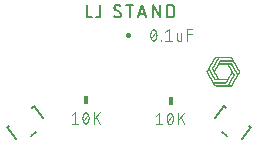
<source format=gto>
G04 EAGLE Gerber X2 export*
%TF.Part,Single*%
%TF.FileFunction,Other,Top Silkscreen*%
%TF.FilePolarity,Positive*%
%TF.GenerationSoftware,Autodesk,EAGLE,8.7.0*%
%TF.CreationDate,2018-03-10T09:58:59Z*%
G75*
%MOMM*%
%FSLAX34Y34*%
%LPD*%
%AMOC8*
5,1,8,0,0,1.08239X$1,22.5*%
G01*
%ADD10C,0.203200*%
%ADD11R,1.397000X0.002538*%
%ADD12R,1.402075X0.002538*%
%ADD13R,1.407156X0.002538*%
%ADD14R,1.412238X0.002538*%
%ADD15R,1.417319X0.002538*%
%ADD16R,1.422400X0.002538*%
%ADD17R,0.030475X0.002538*%
%ADD18R,0.033019X0.002538*%
%ADD19R,0.030481X0.002538*%
%ADD20R,0.027938X0.002538*%
%ADD21R,0.035563X0.002538*%
%ADD22R,0.035556X0.002538*%
%ADD23R,0.830581X0.002538*%
%ADD24R,1.089656X0.002538*%
%ADD25R,1.092200X0.002538*%
%ADD26R,1.097275X0.002538*%
%ADD27R,1.099819X0.002538*%
%ADD28R,1.102356X0.002538*%
%ADD29R,1.104900X0.002538*%
%ADD30R,1.107438X0.002538*%
%ADD31R,1.109981X0.002538*%
%ADD32R,1.112519X0.002538*%
%ADD33R,1.117600X0.002538*%
%ADD34R,1.089662X0.002538*%
%ADD35R,1.094738X0.002538*%
%ADD36R,1.115063X0.002538*%
%ADD37R,0.038100X0.002538*%
%ADD38R,0.040638X0.002538*%
%ADD39R,0.043181X0.002538*%
%ADD40R,0.045719X0.002538*%
%ADD41R,0.048256X0.002538*%
%ADD42R,0.050800X0.002538*%
%ADD43R,0.053338X0.002538*%
%ADD44R,0.058419X0.002538*%
%ADD45R,0.060956X0.002538*%
%ADD46R,0.063500X0.002538*%
%ADD47R,0.043175X0.002538*%
%ADD48R,0.060963X0.002538*%
%ADD49R,1.115056X0.002538*%
%ADD50R,1.109975X0.002538*%
%ADD51R,1.097281X0.002538*%
%ADD52R,0.830575X0.002538*%
%ADD53C,0.152400*%
%ADD54R,0.381000X0.762000*%
%ADD55C,0.076200*%
%ADD56C,0.381000*%


D10*
X74168Y135636D02*
X74168Y124968D01*
X78909Y124968D01*
X85845Y127339D02*
X85845Y135636D01*
X85846Y127339D02*
X85844Y127244D01*
X85838Y127148D01*
X85829Y127053D01*
X85815Y126959D01*
X85798Y126865D01*
X85777Y126772D01*
X85752Y126679D01*
X85724Y126588D01*
X85692Y126498D01*
X85656Y126410D01*
X85617Y126323D01*
X85574Y126237D01*
X85528Y126153D01*
X85479Y126072D01*
X85426Y125992D01*
X85370Y125915D01*
X85312Y125839D01*
X85250Y125767D01*
X85185Y125697D01*
X85117Y125629D01*
X85047Y125564D01*
X84975Y125502D01*
X84899Y125444D01*
X84822Y125388D01*
X84742Y125335D01*
X84660Y125286D01*
X84577Y125240D01*
X84491Y125197D01*
X84404Y125158D01*
X84316Y125122D01*
X84226Y125090D01*
X84135Y125062D01*
X84042Y125037D01*
X83949Y125016D01*
X83855Y124999D01*
X83761Y124985D01*
X83666Y124976D01*
X83570Y124970D01*
X83475Y124968D01*
X82289Y124968D01*
X100931Y124968D02*
X101027Y124970D01*
X101122Y124976D01*
X101217Y124985D01*
X101311Y124999D01*
X101405Y125016D01*
X101498Y125037D01*
X101591Y125062D01*
X101682Y125090D01*
X101772Y125122D01*
X101860Y125158D01*
X101947Y125197D01*
X102033Y125240D01*
X102117Y125286D01*
X102198Y125335D01*
X102278Y125388D01*
X102355Y125444D01*
X102431Y125502D01*
X102503Y125564D01*
X102573Y125629D01*
X102641Y125697D01*
X102706Y125767D01*
X102768Y125839D01*
X102826Y125915D01*
X102882Y125992D01*
X102935Y126072D01*
X102984Y126154D01*
X103030Y126237D01*
X103073Y126323D01*
X103112Y126410D01*
X103148Y126498D01*
X103180Y126588D01*
X103208Y126679D01*
X103233Y126772D01*
X103254Y126865D01*
X103271Y126959D01*
X103285Y127053D01*
X103294Y127148D01*
X103300Y127244D01*
X103302Y127339D01*
X100931Y124968D02*
X100795Y124970D01*
X100658Y124975D01*
X100522Y124985D01*
X100387Y124998D01*
X100251Y125014D01*
X100117Y125035D01*
X99982Y125059D01*
X99849Y125086D01*
X99716Y125118D01*
X99584Y125152D01*
X99453Y125191D01*
X99324Y125233D01*
X99195Y125278D01*
X99068Y125327D01*
X98942Y125380D01*
X98818Y125436D01*
X98695Y125495D01*
X98574Y125557D01*
X98454Y125623D01*
X98337Y125692D01*
X98221Y125765D01*
X98107Y125840D01*
X97996Y125918D01*
X97886Y126000D01*
X97779Y126084D01*
X97675Y126171D01*
X97572Y126261D01*
X97472Y126354D01*
X97375Y126450D01*
X97671Y133265D02*
X97673Y133360D01*
X97679Y133456D01*
X97688Y133551D01*
X97702Y133645D01*
X97719Y133739D01*
X97740Y133832D01*
X97765Y133925D01*
X97793Y134016D01*
X97825Y134106D01*
X97861Y134194D01*
X97900Y134281D01*
X97943Y134367D01*
X97989Y134451D01*
X98038Y134532D01*
X98091Y134612D01*
X98147Y134689D01*
X98205Y134765D01*
X98267Y134837D01*
X98332Y134907D01*
X98400Y134975D01*
X98470Y135040D01*
X98542Y135102D01*
X98618Y135160D01*
X98695Y135216D01*
X98775Y135269D01*
X98857Y135318D01*
X98940Y135364D01*
X99026Y135407D01*
X99113Y135446D01*
X99201Y135482D01*
X99291Y135514D01*
X99382Y135542D01*
X99475Y135567D01*
X99568Y135588D01*
X99662Y135605D01*
X99756Y135619D01*
X99851Y135628D01*
X99947Y135634D01*
X100042Y135636D01*
X100172Y135634D01*
X100302Y135628D01*
X100432Y135619D01*
X100561Y135606D01*
X100690Y135589D01*
X100818Y135568D01*
X100946Y135543D01*
X101073Y135515D01*
X101199Y135483D01*
X101324Y135447D01*
X101448Y135408D01*
X101570Y135365D01*
X101692Y135319D01*
X101812Y135268D01*
X101930Y135215D01*
X102047Y135158D01*
X102162Y135098D01*
X102276Y135034D01*
X102387Y134967D01*
X102497Y134897D01*
X102604Y134823D01*
X102709Y134747D01*
X98857Y131190D02*
X98775Y131241D01*
X98695Y131295D01*
X98617Y131351D01*
X98542Y131411D01*
X98469Y131474D01*
X98399Y131540D01*
X98332Y131608D01*
X98267Y131679D01*
X98205Y131753D01*
X98146Y131829D01*
X98090Y131907D01*
X98038Y131988D01*
X97988Y132070D01*
X97942Y132155D01*
X97900Y132241D01*
X97860Y132329D01*
X97825Y132418D01*
X97793Y132509D01*
X97764Y132601D01*
X97740Y132694D01*
X97719Y132787D01*
X97702Y132882D01*
X97688Y132977D01*
X97679Y133073D01*
X97673Y133169D01*
X97671Y133265D01*
X102117Y129414D02*
X102198Y129363D01*
X102278Y129309D01*
X102356Y129253D01*
X102431Y129193D01*
X102504Y129130D01*
X102574Y129064D01*
X102641Y128996D01*
X102706Y128925D01*
X102768Y128851D01*
X102827Y128775D01*
X102883Y128697D01*
X102935Y128616D01*
X102985Y128534D01*
X103031Y128449D01*
X103073Y128363D01*
X103113Y128275D01*
X103148Y128186D01*
X103180Y128095D01*
X103209Y128003D01*
X103233Y127910D01*
X103254Y127817D01*
X103271Y127722D01*
X103285Y127627D01*
X103294Y127531D01*
X103300Y127435D01*
X103302Y127339D01*
X102116Y129413D02*
X98857Y131191D01*
X110625Y135636D02*
X110625Y124968D01*
X107662Y135636D02*
X113589Y135636D01*
X121293Y135636D02*
X117737Y124968D01*
X124849Y124968D02*
X121293Y135636D01*
X123960Y127635D02*
X118626Y127635D01*
X130141Y124968D02*
X130141Y135636D01*
X136068Y124968D01*
X136068Y135636D01*
X142333Y135636D02*
X142333Y124968D01*
X142333Y135636D02*
X145296Y135636D01*
X145402Y135634D01*
X145507Y135628D01*
X145613Y135619D01*
X145718Y135606D01*
X145822Y135589D01*
X145926Y135568D01*
X146029Y135544D01*
X146131Y135516D01*
X146232Y135484D01*
X146331Y135449D01*
X146430Y135410D01*
X146527Y135368D01*
X146622Y135323D01*
X146716Y135274D01*
X146808Y135221D01*
X146898Y135166D01*
X146986Y135107D01*
X147072Y135045D01*
X147155Y134980D01*
X147236Y134912D01*
X147315Y134842D01*
X147391Y134768D01*
X147465Y134692D01*
X147535Y134613D01*
X147603Y134532D01*
X147668Y134449D01*
X147730Y134363D01*
X147789Y134275D01*
X147844Y134185D01*
X147897Y134093D01*
X147946Y133999D01*
X147991Y133904D01*
X148033Y133807D01*
X148072Y133708D01*
X148107Y133609D01*
X148139Y133508D01*
X148167Y133406D01*
X148191Y133303D01*
X148212Y133199D01*
X148229Y133095D01*
X148242Y132990D01*
X148251Y132884D01*
X148257Y132779D01*
X148259Y132673D01*
X148260Y132673D02*
X148260Y127931D01*
X148259Y127931D02*
X148257Y127825D01*
X148251Y127720D01*
X148242Y127614D01*
X148229Y127509D01*
X148212Y127405D01*
X148191Y127301D01*
X148167Y127198D01*
X148139Y127096D01*
X148107Y126995D01*
X148072Y126896D01*
X148033Y126797D01*
X147991Y126700D01*
X147946Y126605D01*
X147897Y126511D01*
X147844Y126419D01*
X147789Y126329D01*
X147730Y126241D01*
X147668Y126155D01*
X147603Y126072D01*
X147535Y125991D01*
X147465Y125912D01*
X147391Y125836D01*
X147315Y125762D01*
X147236Y125692D01*
X147155Y125624D01*
X147072Y125559D01*
X146986Y125497D01*
X146898Y125438D01*
X146808Y125383D01*
X146716Y125330D01*
X146622Y125281D01*
X146527Y125236D01*
X146430Y125194D01*
X146331Y125155D01*
X146232Y125120D01*
X146131Y125088D01*
X146029Y125060D01*
X145926Y125036D01*
X145822Y125015D01*
X145718Y124998D01*
X145613Y124985D01*
X145507Y124976D01*
X145402Y124970D01*
X145296Y124968D01*
X142333Y124968D01*
D11*
X190310Y66345D03*
D12*
X190310Y66370D03*
X190310Y66396D03*
D13*
X190310Y66421D03*
D14*
X190310Y66446D03*
X190310Y66472D03*
D15*
X190310Y66497D03*
X190310Y66523D03*
D16*
X190310Y66548D03*
X190310Y66573D03*
D17*
X183325Y66599D03*
D18*
X194234Y66599D03*
D17*
X197295Y66599D03*
X183299Y66624D03*
D18*
X194259Y66624D03*
D19*
X197320Y66624D03*
D20*
X183286Y66650D03*
D18*
X194259Y66650D03*
D20*
X197333Y66650D03*
D19*
X183274Y66675D03*
D18*
X194285Y66675D03*
D19*
X197345Y66675D03*
D20*
X183261Y66700D03*
D21*
X194297Y66700D03*
D20*
X197358Y66700D03*
D19*
X183248Y66726D03*
D18*
X194310Y66726D03*
D19*
X197371Y66726D03*
D20*
X183236Y66751D03*
D18*
X194335Y66751D03*
D20*
X197383Y66751D03*
D19*
X183223Y66777D03*
D18*
X194335Y66777D03*
D17*
X197396Y66777D03*
X183198Y66802D03*
D18*
X194361Y66802D03*
D17*
X197422Y66802D03*
D20*
X183185Y66827D03*
D18*
X194361Y66827D03*
D20*
X197434Y66827D03*
D17*
X183172Y66853D03*
D18*
X194386Y66853D03*
D19*
X197447Y66853D03*
D20*
X183159Y66878D03*
D22*
X194399Y66878D03*
D20*
X197460Y66878D03*
D19*
X183147Y66904D03*
D18*
X194412Y66904D03*
D19*
X197472Y66904D03*
X183121Y66929D03*
D18*
X194437Y66929D03*
D19*
X197498Y66929D03*
X183121Y66954D03*
D18*
X194437Y66954D03*
D19*
X197498Y66954D03*
X183096Y66980D03*
D18*
X194462Y66980D03*
D17*
X197523Y66980D03*
D20*
X183083Y67005D03*
D18*
X194462Y67005D03*
D20*
X197536Y67005D03*
D17*
X183071Y67031D03*
D18*
X194488Y67031D03*
D17*
X197549Y67031D03*
D20*
X183058Y67056D03*
D18*
X194513Y67056D03*
D20*
X197561Y67056D03*
D17*
X183045Y67081D03*
D18*
X194513Y67081D03*
D19*
X197574Y67081D03*
X183020Y67107D03*
D18*
X194539Y67107D03*
D19*
X197599Y67107D03*
X183020Y67132D03*
D18*
X194539Y67132D03*
D19*
X197599Y67132D03*
X182994Y67158D03*
D18*
X194564Y67158D03*
D19*
X197625Y67158D03*
D20*
X182982Y67183D03*
D18*
X194564Y67183D03*
D20*
X197637Y67183D03*
D19*
X182969Y67208D03*
D18*
X194589Y67208D03*
D17*
X197650Y67208D03*
D20*
X182956Y67234D03*
D18*
X194615Y67234D03*
D20*
X197663Y67234D03*
D17*
X182944Y67259D03*
D18*
X194615Y67259D03*
D17*
X197676Y67259D03*
X182918Y67285D03*
D18*
X194640Y67285D03*
D19*
X197701Y67285D03*
D20*
X182905Y67310D03*
D18*
X194640Y67310D03*
D20*
X197714Y67310D03*
D19*
X182893Y67335D03*
D18*
X194666Y67335D03*
D19*
X197726Y67335D03*
D20*
X182880Y67361D03*
D18*
X194666Y67361D03*
D20*
X197739Y67361D03*
D19*
X182867Y67386D03*
D18*
X194691Y67386D03*
D19*
X197752Y67386D03*
D20*
X182855Y67412D03*
D18*
X194716Y67412D03*
D20*
X197764Y67412D03*
D19*
X182842Y67437D03*
D18*
X194716Y67437D03*
D17*
X197777Y67437D03*
X182817Y67462D03*
D18*
X194742Y67462D03*
D17*
X197803Y67462D03*
D20*
X182804Y67488D03*
D18*
X194742Y67488D03*
D20*
X197815Y67488D03*
D17*
X182791Y67513D03*
D18*
X194767Y67513D03*
D19*
X197828Y67513D03*
D20*
X182778Y67539D03*
D18*
X194767Y67539D03*
D20*
X197841Y67539D03*
D19*
X182766Y67564D03*
D18*
X194793Y67564D03*
D19*
X197853Y67564D03*
X182740Y67589D03*
D18*
X194818Y67589D03*
D19*
X197879Y67589D03*
X182740Y67615D03*
D18*
X194818Y67615D03*
D19*
X197879Y67615D03*
X182715Y67640D03*
D18*
X194843Y67640D03*
D17*
X197904Y67640D03*
D20*
X182702Y67666D03*
D18*
X194843Y67666D03*
D20*
X197917Y67666D03*
D17*
X182690Y67691D03*
D18*
X194869Y67691D03*
D17*
X197930Y67691D03*
D20*
X182677Y67716D03*
D17*
X194882Y67716D03*
D20*
X197942Y67716D03*
D17*
X182664Y67742D03*
D18*
X194894Y67742D03*
D19*
X197955Y67742D03*
X182639Y67767D03*
D18*
X194920Y67767D03*
D19*
X197980Y67767D03*
D20*
X182626Y67793D03*
D18*
X194920Y67793D03*
D20*
X197993Y67793D03*
D19*
X182613Y67818D03*
D18*
X194945Y67818D03*
D19*
X198006Y67818D03*
D20*
X182601Y67843D03*
D18*
X194945Y67843D03*
D20*
X198018Y67843D03*
D19*
X182588Y67869D03*
D18*
X194970Y67869D03*
D17*
X198031Y67869D03*
D20*
X182575Y67894D03*
D17*
X194983Y67894D03*
D20*
X198044Y67894D03*
D17*
X182563Y67920D03*
D18*
X194996Y67920D03*
D17*
X198057Y67920D03*
X182537Y67945D03*
D18*
X195021Y67945D03*
D19*
X198082Y67945D03*
D20*
X182524Y67970D03*
D18*
X195021Y67970D03*
D20*
X198095Y67970D03*
D19*
X182512Y67996D03*
D18*
X195047Y67996D03*
D19*
X198107Y67996D03*
D20*
X182499Y68021D03*
D18*
X195047Y68021D03*
D20*
X198120Y68021D03*
D19*
X182486Y68047D03*
D18*
X195072Y68047D03*
D19*
X198133Y68047D03*
D20*
X182474Y68072D03*
D19*
X195085Y68072D03*
D20*
X198145Y68072D03*
D19*
X182461Y68097D03*
D18*
X195097Y68097D03*
D17*
X198158Y68097D03*
X182436Y68123D03*
D18*
X195123Y68123D03*
D17*
X198184Y68123D03*
D20*
X182423Y68148D03*
D18*
X195123Y68148D03*
D20*
X198196Y68148D03*
D17*
X182410Y68174D03*
D18*
X195148Y68174D03*
D19*
X198209Y68174D03*
D20*
X182397Y68199D03*
D19*
X195161Y68199D03*
D20*
X198222Y68199D03*
D19*
X182385Y68224D03*
D18*
X195174Y68224D03*
D19*
X198234Y68224D03*
X182359Y68250D03*
X195186Y68250D03*
X198260Y68250D03*
X182359Y68275D03*
D18*
X195199Y68275D03*
D19*
X198260Y68275D03*
X182334Y68301D03*
D18*
X195224Y68301D03*
D17*
X198285Y68301D03*
D20*
X182321Y68326D03*
D18*
X195224Y68326D03*
D20*
X198298Y68326D03*
D17*
X182309Y68351D03*
D18*
X195250Y68351D03*
D17*
X198311Y68351D03*
D20*
X182296Y68377D03*
D17*
X195263Y68377D03*
D20*
X198323Y68377D03*
D17*
X182283Y68402D03*
D18*
X195275Y68402D03*
D19*
X198336Y68402D03*
X182258Y68428D03*
D18*
X195301Y68428D03*
D19*
X198361Y68428D03*
D20*
X182245Y68453D03*
D18*
X195301Y68453D03*
D20*
X198374Y68453D03*
D19*
X182232Y68478D03*
D18*
X195326Y68478D03*
D19*
X198387Y68478D03*
D20*
X182220Y68504D03*
D18*
X195326Y68504D03*
D20*
X198399Y68504D03*
D19*
X182207Y68529D03*
D18*
X195351Y68529D03*
D17*
X198412Y68529D03*
D20*
X182194Y68555D03*
D17*
X195364Y68555D03*
D20*
X198425Y68555D03*
D17*
X182182Y68580D03*
D18*
X195377Y68580D03*
D17*
X198438Y68580D03*
X182156Y68605D03*
D18*
X195402Y68605D03*
D19*
X198463Y68605D03*
D20*
X182143Y68631D03*
D18*
X195402Y68631D03*
D20*
X198476Y68631D03*
D19*
X182131Y68656D03*
D18*
X195428Y68656D03*
D19*
X198488Y68656D03*
D20*
X182118Y68682D03*
D18*
X195428Y68682D03*
D20*
X198501Y68682D03*
D19*
X182105Y68707D03*
D18*
X195453Y68707D03*
D19*
X198514Y68707D03*
D20*
X182093Y68732D03*
D19*
X195466Y68732D03*
D20*
X198526Y68732D03*
D19*
X182080Y68758D03*
D18*
X195478Y68758D03*
D17*
X198539Y68758D03*
X182055Y68783D03*
D18*
X195504Y68783D03*
D17*
X198565Y68783D03*
D20*
X182042Y68809D03*
D18*
X195504Y68809D03*
D20*
X198577Y68809D03*
D17*
X182029Y68834D03*
D18*
X195529Y68834D03*
D19*
X198590Y68834D03*
D20*
X182016Y68859D03*
D19*
X195542Y68859D03*
D20*
X198603Y68859D03*
D19*
X182004Y68885D03*
D18*
X195555Y68885D03*
D19*
X198615Y68885D03*
X181978Y68910D03*
X195567Y68910D03*
X198641Y68910D03*
X181978Y68936D03*
D18*
X195580Y68936D03*
D19*
X198641Y68936D03*
X181953Y68961D03*
D18*
X195605Y68961D03*
D17*
X198666Y68961D03*
D23*
X185953Y68986D03*
D18*
X195605Y68986D03*
D20*
X198679Y68986D03*
D24*
X187223Y69012D03*
D18*
X195631Y69012D03*
D17*
X198692Y69012D03*
D25*
X187236Y69037D03*
D17*
X195644Y69037D03*
D20*
X198704Y69037D03*
D26*
X187236Y69063D03*
D18*
X195656Y69063D03*
D19*
X198717Y69063D03*
D27*
X187223Y69088D03*
D19*
X195669Y69088D03*
X198742Y69088D03*
D28*
X187236Y69113D03*
D18*
X195682Y69113D03*
D20*
X198755Y69113D03*
D29*
X187223Y69139D03*
D18*
X195707Y69139D03*
D19*
X198768Y69139D03*
D30*
X187236Y69164D03*
D18*
X195707Y69164D03*
D20*
X198780Y69164D03*
D31*
X187223Y69190D03*
D18*
X195732Y69190D03*
D17*
X198793Y69190D03*
D32*
X187236Y69215D03*
D17*
X195745Y69215D03*
D20*
X198806Y69215D03*
D33*
X187236Y69240D03*
D18*
X195758Y69240D03*
D17*
X198819Y69240D03*
X181775Y69266D03*
D20*
X192684Y69266D03*
D17*
X195771Y69266D03*
D19*
X198844Y69266D03*
D20*
X181762Y69291D03*
D17*
X192697Y69291D03*
D18*
X195783Y69291D03*
D20*
X198857Y69291D03*
D19*
X181750Y69317D03*
D20*
X192710Y69317D03*
D18*
X195809Y69317D03*
D19*
X198869Y69317D03*
D20*
X181737Y69342D03*
D17*
X192723Y69342D03*
D18*
X195809Y69342D03*
D20*
X198882Y69342D03*
D19*
X181724Y69367D03*
D20*
X192735Y69367D03*
D18*
X195834Y69367D03*
D19*
X198895Y69367D03*
X181699Y69393D03*
X192748Y69393D03*
X195847Y69393D03*
D17*
X198920Y69393D03*
D19*
X181699Y69418D03*
X192773Y69418D03*
D18*
X195859Y69418D03*
D17*
X198920Y69418D03*
X181674Y69444D03*
D20*
X192786Y69444D03*
D17*
X195872Y69444D03*
X198946Y69444D03*
D20*
X181661Y69469D03*
D19*
X192799Y69469D03*
D18*
X195885Y69469D03*
D20*
X198958Y69469D03*
D17*
X181648Y69494D03*
D20*
X192811Y69494D03*
D18*
X195910Y69494D03*
D19*
X198971Y69494D03*
D20*
X181635Y69520D03*
D17*
X192824Y69520D03*
D19*
X195923Y69520D03*
D20*
X198984Y69520D03*
D19*
X181623Y69545D03*
D20*
X192837Y69545D03*
D18*
X195936Y69545D03*
D19*
X198996Y69545D03*
X181597Y69571D03*
D17*
X192850Y69571D03*
D19*
X195948Y69571D03*
X199022Y69571D03*
D20*
X181585Y69596D03*
D19*
X192875Y69596D03*
D18*
X195961Y69596D03*
D20*
X199034Y69596D03*
D19*
X181572Y69621D03*
D20*
X192888Y69621D03*
D19*
X195974Y69621D03*
D17*
X199047Y69621D03*
D20*
X181559Y69647D03*
D19*
X192900Y69647D03*
D18*
X195986Y69647D03*
D20*
X199060Y69647D03*
D17*
X181547Y69672D03*
D20*
X192913Y69672D03*
D18*
X196012Y69672D03*
D17*
X199073Y69672D03*
D20*
X181534Y69698D03*
D19*
X192926Y69698D03*
D17*
X196025Y69698D03*
D20*
X199085Y69698D03*
D17*
X181521Y69723D03*
X192951Y69723D03*
D18*
X196037Y69723D03*
D19*
X199098Y69723D03*
X181496Y69748D03*
D17*
X192951Y69748D03*
D19*
X196050Y69748D03*
X199123Y69748D03*
D20*
X181483Y69774D03*
D17*
X192977Y69774D03*
D18*
X196063Y69774D03*
D20*
X199136Y69774D03*
D19*
X181470Y69799D03*
D20*
X192989Y69799D03*
D19*
X196075Y69799D03*
X199149Y69799D03*
D20*
X181458Y69825D03*
D19*
X193002Y69825D03*
D18*
X196088Y69825D03*
D20*
X199161Y69825D03*
D19*
X181445Y69850D03*
D20*
X193015Y69850D03*
D18*
X196113Y69850D03*
D17*
X199174Y69850D03*
D20*
X181432Y69875D03*
D19*
X193027Y69875D03*
D17*
X196126Y69875D03*
D20*
X199187Y69875D03*
D17*
X181420Y69901D03*
D19*
X193053Y69901D03*
D18*
X196139Y69901D03*
D17*
X199200Y69901D03*
X181394Y69926D03*
D20*
X193065Y69926D03*
D17*
X196152Y69926D03*
D19*
X199225Y69926D03*
D20*
X181381Y69952D03*
D17*
X193078Y69952D03*
D18*
X196164Y69952D03*
D20*
X199238Y69952D03*
D19*
X181369Y69977D03*
D20*
X193091Y69977D03*
D19*
X196177Y69977D03*
X199250Y69977D03*
D20*
X181356Y70002D03*
D17*
X193104Y70002D03*
D19*
X196202Y70002D03*
D20*
X199263Y70002D03*
D19*
X181343Y70028D03*
D20*
X193116Y70028D03*
D18*
X196215Y70028D03*
D19*
X199276Y70028D03*
X181318Y70053D03*
X193129Y70053D03*
X196228Y70053D03*
D17*
X199301Y70053D03*
D19*
X181318Y70079D03*
X193154Y70079D03*
D18*
X196240Y70079D03*
D17*
X199301Y70079D03*
X181293Y70104D03*
D20*
X193167Y70104D03*
D17*
X196253Y70104D03*
X199327Y70104D03*
D20*
X181280Y70129D03*
D19*
X193180Y70129D03*
D18*
X196266Y70129D03*
D20*
X199339Y70129D03*
D17*
X181267Y70155D03*
D20*
X193192Y70155D03*
D17*
X196279Y70155D03*
D19*
X199352Y70155D03*
D20*
X181254Y70180D03*
D17*
X193205Y70180D03*
D19*
X196304Y70180D03*
D20*
X199365Y70180D03*
D19*
X181242Y70206D03*
D17*
X193231Y70206D03*
D18*
X196317Y70206D03*
D19*
X199377Y70206D03*
X181216Y70231D03*
D17*
X193231Y70231D03*
D19*
X196329Y70231D03*
X199403Y70231D03*
D20*
X181204Y70256D03*
D19*
X193256Y70256D03*
D18*
X196342Y70256D03*
D20*
X199415Y70256D03*
D19*
X181191Y70282D03*
D20*
X193269Y70282D03*
D19*
X196355Y70282D03*
D17*
X199428Y70282D03*
D20*
X181178Y70307D03*
D19*
X193281Y70307D03*
D18*
X196367Y70307D03*
D20*
X199441Y70307D03*
D17*
X181166Y70333D03*
D20*
X193294Y70333D03*
D18*
X196393Y70333D03*
D17*
X199454Y70333D03*
D20*
X181153Y70358D03*
D19*
X193307Y70358D03*
D17*
X196406Y70358D03*
D20*
X199466Y70358D03*
D17*
X181140Y70383D03*
X193332Y70383D03*
D18*
X196418Y70383D03*
D19*
X199479Y70383D03*
X181115Y70409D03*
D20*
X193345Y70409D03*
D19*
X196431Y70409D03*
X199504Y70409D03*
D20*
X181102Y70434D03*
D17*
X193358Y70434D03*
D18*
X196444Y70434D03*
D20*
X199517Y70434D03*
D19*
X181089Y70460D03*
D20*
X193370Y70460D03*
D19*
X196456Y70460D03*
X199530Y70460D03*
D20*
X181077Y70485D03*
D19*
X193383Y70485D03*
D18*
X196469Y70485D03*
D20*
X199542Y70485D03*
D19*
X181064Y70510D03*
D20*
X193396Y70510D03*
D18*
X196494Y70510D03*
D17*
X199555Y70510D03*
D20*
X181051Y70536D03*
D19*
X193408Y70536D03*
D17*
X196507Y70536D03*
D20*
X199568Y70536D03*
D17*
X181039Y70561D03*
D19*
X193434Y70561D03*
D18*
X196520Y70561D03*
D17*
X199581Y70561D03*
X181013Y70587D03*
D20*
X193446Y70587D03*
D17*
X196533Y70587D03*
D19*
X199606Y70587D03*
D20*
X181000Y70612D03*
D17*
X193459Y70612D03*
D18*
X196545Y70612D03*
D20*
X199619Y70612D03*
D19*
X180988Y70637D03*
D20*
X193472Y70637D03*
D19*
X196558Y70637D03*
X199631Y70637D03*
D20*
X180975Y70663D03*
D17*
X193485Y70663D03*
D19*
X196583Y70663D03*
D20*
X199644Y70663D03*
D19*
X180962Y70688D03*
D20*
X193497Y70688D03*
D18*
X196596Y70688D03*
D19*
X199657Y70688D03*
X180937Y70714D03*
X193510Y70714D03*
X196609Y70714D03*
D17*
X199682Y70714D03*
D19*
X180937Y70739D03*
X193535Y70739D03*
D18*
X196621Y70739D03*
D17*
X199682Y70739D03*
X180912Y70764D03*
D20*
X193548Y70764D03*
D17*
X196634Y70764D03*
X199708Y70764D03*
D20*
X180899Y70790D03*
D19*
X193561Y70790D03*
D18*
X196647Y70790D03*
D20*
X199720Y70790D03*
D17*
X180886Y70815D03*
D20*
X193573Y70815D03*
D17*
X196660Y70815D03*
D19*
X199733Y70815D03*
D20*
X180873Y70841D03*
D17*
X193586Y70841D03*
D19*
X196685Y70841D03*
D20*
X199746Y70841D03*
D19*
X180861Y70866D03*
D17*
X193612Y70866D03*
D18*
X196698Y70866D03*
D19*
X199758Y70866D03*
X180835Y70891D03*
D17*
X193612Y70891D03*
D19*
X196710Y70891D03*
X199784Y70891D03*
D20*
X180823Y70917D03*
D19*
X193637Y70917D03*
D18*
X196723Y70917D03*
D20*
X199796Y70917D03*
D19*
X180810Y70942D03*
D20*
X193650Y70942D03*
D19*
X196736Y70942D03*
D17*
X199809Y70942D03*
D20*
X180797Y70968D03*
D19*
X193662Y70968D03*
D18*
X196748Y70968D03*
D20*
X199822Y70968D03*
D17*
X180785Y70993D03*
D20*
X193675Y70993D03*
D17*
X196761Y70993D03*
X199835Y70993D03*
D20*
X180772Y71018D03*
D19*
X193688Y71018D03*
D17*
X196787Y71018D03*
D20*
X199847Y71018D03*
D17*
X180759Y71044D03*
X193713Y71044D03*
D18*
X196799Y71044D03*
D19*
X199860Y71044D03*
X180734Y71069D03*
D20*
X193726Y71069D03*
D19*
X196812Y71069D03*
X199885Y71069D03*
D20*
X180721Y71095D03*
D17*
X193739Y71095D03*
D18*
X196825Y71095D03*
D20*
X199898Y71095D03*
D19*
X180708Y71120D03*
D20*
X193751Y71120D03*
D19*
X196837Y71120D03*
X199911Y71120D03*
D20*
X180696Y71145D03*
D19*
X193764Y71145D03*
D18*
X196850Y71145D03*
D20*
X199923Y71145D03*
D19*
X180683Y71171D03*
D20*
X193777Y71171D03*
D19*
X196863Y71171D03*
D17*
X199936Y71171D03*
D20*
X180670Y71196D03*
D19*
X193789Y71196D03*
D17*
X196888Y71196D03*
D20*
X199949Y71196D03*
D17*
X180658Y71222D03*
D19*
X193815Y71222D03*
D18*
X196901Y71222D03*
D17*
X199962Y71222D03*
X180632Y71247D03*
D20*
X193827Y71247D03*
D17*
X196914Y71247D03*
D19*
X199987Y71247D03*
D20*
X180619Y71272D03*
D17*
X193840Y71272D03*
D18*
X196926Y71272D03*
D20*
X200000Y71272D03*
D19*
X180607Y71298D03*
D20*
X193853Y71298D03*
D19*
X196939Y71298D03*
X200012Y71298D03*
D20*
X180594Y71323D03*
D17*
X193866Y71323D03*
D19*
X196964Y71323D03*
D20*
X200025Y71323D03*
D19*
X180581Y71349D03*
D20*
X193878Y71349D03*
D19*
X196964Y71349D03*
X200038Y71349D03*
X180556Y71374D03*
X193891Y71374D03*
X196990Y71374D03*
D17*
X200063Y71374D03*
D19*
X180556Y71399D03*
X193916Y71399D03*
D18*
X197002Y71399D03*
D17*
X200063Y71399D03*
X180531Y71425D03*
D20*
X193929Y71425D03*
D17*
X197015Y71425D03*
X200089Y71425D03*
D20*
X180518Y71450D03*
D19*
X193942Y71450D03*
D18*
X197028Y71450D03*
D20*
X200101Y71450D03*
D17*
X180505Y71476D03*
D20*
X193954Y71476D03*
D17*
X197041Y71476D03*
D19*
X200114Y71476D03*
D20*
X180492Y71501D03*
D17*
X193967Y71501D03*
D19*
X197066Y71501D03*
D20*
X200127Y71501D03*
D19*
X180480Y71526D03*
D17*
X193993Y71526D03*
D19*
X197066Y71526D03*
X200139Y71526D03*
X180454Y71552D03*
D17*
X193993Y71552D03*
D19*
X197091Y71552D03*
X200165Y71552D03*
D20*
X180442Y71577D03*
D19*
X194018Y71577D03*
D18*
X197104Y71577D03*
D20*
X200177Y71577D03*
D19*
X180429Y71603D03*
D20*
X194031Y71603D03*
D19*
X197117Y71603D03*
D17*
X200190Y71603D03*
D20*
X180416Y71628D03*
D19*
X194043Y71628D03*
D18*
X197129Y71628D03*
D20*
X200203Y71628D03*
D17*
X180404Y71653D03*
D20*
X194056Y71653D03*
D17*
X197142Y71653D03*
X200216Y71653D03*
D20*
X180391Y71679D03*
D34*
X188773Y71679D03*
D17*
X197168Y71679D03*
D20*
X200228Y71679D03*
D17*
X180378Y71704D03*
D35*
X188773Y71704D03*
D17*
X197168Y71704D03*
D19*
X200241Y71704D03*
X180353Y71730D03*
D35*
X188773Y71730D03*
D19*
X197193Y71730D03*
X200266Y71730D03*
D20*
X180340Y71755D03*
D27*
X188773Y71755D03*
D18*
X197206Y71755D03*
D20*
X200279Y71755D03*
D19*
X180327Y71780D03*
D28*
X188760Y71780D03*
D19*
X197218Y71780D03*
X200292Y71780D03*
D20*
X180315Y71806D03*
D29*
X188773Y71806D03*
D18*
X197231Y71806D03*
D20*
X200304Y71806D03*
D19*
X180302Y71831D03*
D30*
X188760Y71831D03*
D19*
X197244Y71831D03*
D17*
X200317Y71831D03*
X180277Y71857D03*
D31*
X188773Y71857D03*
D17*
X197269Y71857D03*
X200343Y71857D03*
X180277Y71882D03*
D36*
X188773Y71882D03*
D17*
X197269Y71882D03*
X200343Y71882D03*
X180251Y71907D03*
D36*
X188773Y71907D03*
D17*
X197295Y71907D03*
D19*
X200368Y71907D03*
D20*
X180238Y71933D03*
D17*
X183325Y71933D03*
D19*
X186398Y71933D03*
D17*
X194221Y71933D03*
D18*
X197307Y71933D03*
D20*
X200381Y71933D03*
D19*
X180226Y71958D03*
D17*
X183299Y71958D03*
D20*
X186385Y71958D03*
X194234Y71958D03*
D19*
X197320Y71958D03*
X200393Y71958D03*
D20*
X180213Y71984D03*
X183286Y71984D03*
D17*
X186373Y71984D03*
X194247Y71984D03*
D19*
X197345Y71984D03*
D20*
X200406Y71984D03*
D19*
X180200Y72009D03*
X183274Y72009D03*
D20*
X186360Y72009D03*
X194259Y72009D03*
D19*
X197345Y72009D03*
X200419Y72009D03*
X180175Y72034D03*
D20*
X183261Y72034D03*
D17*
X186347Y72034D03*
D19*
X194272Y72034D03*
X197371Y72034D03*
D17*
X200444Y72034D03*
D20*
X180162Y72060D03*
D19*
X183248Y72060D03*
X186322Y72060D03*
X194297Y72060D03*
X197371Y72060D03*
D20*
X200457Y72060D03*
D17*
X180150Y72085D03*
D19*
X183223Y72085D03*
D20*
X186309Y72085D03*
X194310Y72085D03*
D17*
X197396Y72085D03*
X200470Y72085D03*
D20*
X180137Y72111D03*
D19*
X183223Y72111D03*
X186296Y72111D03*
X194323Y72111D03*
D18*
X197409Y72111D03*
D20*
X200482Y72111D03*
D17*
X180124Y72136D03*
X183198Y72136D03*
D20*
X186284Y72136D03*
X194335Y72136D03*
D17*
X197422Y72136D03*
D19*
X200495Y72136D03*
D20*
X180111Y72161D03*
X183185Y72161D03*
D19*
X186271Y72161D03*
D17*
X194348Y72161D03*
D19*
X197447Y72161D03*
D20*
X200508Y72161D03*
D19*
X180099Y72187D03*
D17*
X183172Y72187D03*
X186246Y72187D03*
X194374Y72187D03*
D19*
X197447Y72187D03*
X200520Y72187D03*
X180073Y72212D03*
D20*
X183159Y72212D03*
D17*
X186246Y72212D03*
X194374Y72212D03*
D19*
X197472Y72212D03*
X200546Y72212D03*
D20*
X180061Y72238D03*
D19*
X183147Y72238D03*
D17*
X186220Y72238D03*
D19*
X194399Y72238D03*
X197472Y72238D03*
D20*
X200558Y72238D03*
D19*
X180048Y72263D03*
X183121Y72263D03*
D20*
X186207Y72263D03*
X194412Y72263D03*
D19*
X197498Y72263D03*
D17*
X200571Y72263D03*
D20*
X180035Y72288D03*
D19*
X183121Y72288D03*
X186195Y72288D03*
X194424Y72288D03*
D18*
X197510Y72288D03*
D20*
X200584Y72288D03*
D17*
X180023Y72314D03*
D19*
X183096Y72314D03*
D20*
X186182Y72314D03*
X194437Y72314D03*
D17*
X197523Y72314D03*
X200597Y72314D03*
D20*
X180010Y72339D03*
X183083Y72339D03*
D19*
X186169Y72339D03*
X194450Y72339D03*
D17*
X197549Y72339D03*
D20*
X200609Y72339D03*
D17*
X179997Y72365D03*
X183071Y72365D03*
D19*
X186144Y72365D03*
D17*
X194475Y72365D03*
X197549Y72365D03*
D19*
X200622Y72365D03*
X179972Y72390D03*
D17*
X183045Y72390D03*
D20*
X186131Y72390D03*
X194488Y72390D03*
D19*
X197574Y72390D03*
X200647Y72390D03*
D20*
X179959Y72415D03*
D17*
X183045Y72415D03*
X186119Y72415D03*
X194501Y72415D03*
D18*
X197587Y72415D03*
D20*
X200660Y72415D03*
D19*
X179946Y72441D03*
X183020Y72441D03*
D20*
X186106Y72441D03*
X194513Y72441D03*
D19*
X197599Y72441D03*
X200673Y72441D03*
D20*
X179934Y72466D03*
X183007Y72466D03*
D17*
X186093Y72466D03*
D19*
X194526Y72466D03*
X197625Y72466D03*
D20*
X200685Y72466D03*
D19*
X179921Y72492D03*
X182994Y72492D03*
D20*
X186080Y72492D03*
X194539Y72492D03*
D19*
X197625Y72492D03*
D17*
X200698Y72492D03*
X179896Y72517D03*
D20*
X182982Y72517D03*
D19*
X186068Y72517D03*
X194551Y72517D03*
D17*
X197650Y72517D03*
X200724Y72517D03*
X179896Y72542D03*
D19*
X182969Y72542D03*
X186042Y72542D03*
X194577Y72542D03*
D17*
X197650Y72542D03*
X200724Y72542D03*
X179870Y72568D03*
X182944Y72568D03*
D20*
X186030Y72568D03*
X194589Y72568D03*
D17*
X197676Y72568D03*
D19*
X200749Y72568D03*
D20*
X179857Y72593D03*
D17*
X182944Y72593D03*
D19*
X186017Y72593D03*
D17*
X194602Y72593D03*
D18*
X197688Y72593D03*
D20*
X200762Y72593D03*
D19*
X179845Y72619D03*
D17*
X182918Y72619D03*
D20*
X186004Y72619D03*
X194615Y72619D03*
D19*
X197701Y72619D03*
X200774Y72619D03*
D20*
X179832Y72644D03*
X182905Y72644D03*
D17*
X185992Y72644D03*
X194628Y72644D03*
D19*
X197726Y72644D03*
D20*
X200787Y72644D03*
D19*
X179819Y72669D03*
X182893Y72669D03*
D17*
X185966Y72669D03*
D19*
X194653Y72669D03*
X197726Y72669D03*
X200800Y72669D03*
X179794Y72695D03*
D20*
X182880Y72695D03*
D17*
X185966Y72695D03*
D19*
X194653Y72695D03*
X197752Y72695D03*
D17*
X200825Y72695D03*
D20*
X179781Y72720D03*
D19*
X182867Y72720D03*
X185941Y72720D03*
X194678Y72720D03*
X197752Y72720D03*
D20*
X200838Y72720D03*
D17*
X179769Y72746D03*
D19*
X182842Y72746D03*
D20*
X185928Y72746D03*
X194691Y72746D03*
D17*
X197777Y72746D03*
X200851Y72746D03*
D20*
X179756Y72771D03*
D19*
X182842Y72771D03*
X185915Y72771D03*
X194704Y72771D03*
D18*
X197790Y72771D03*
D20*
X200863Y72771D03*
D17*
X179743Y72796D03*
X182817Y72796D03*
D20*
X185903Y72796D03*
X194716Y72796D03*
D17*
X197803Y72796D03*
D19*
X200876Y72796D03*
D20*
X179730Y72822D03*
X182804Y72822D03*
D19*
X185890Y72822D03*
D17*
X194729Y72822D03*
D19*
X197828Y72822D03*
D20*
X200889Y72822D03*
D19*
X179718Y72847D03*
D17*
X182791Y72847D03*
X185865Y72847D03*
X194755Y72847D03*
D19*
X197828Y72847D03*
X200901Y72847D03*
X179692Y72873D03*
X182766Y72873D03*
D20*
X185852Y72873D03*
X194767Y72873D03*
D19*
X197853Y72873D03*
X200927Y72873D03*
D20*
X179680Y72898D03*
D19*
X182766Y72898D03*
D17*
X185839Y72898D03*
D19*
X194780Y72898D03*
X197853Y72898D03*
D20*
X200939Y72898D03*
D19*
X179667Y72923D03*
X182740Y72923D03*
D20*
X185826Y72923D03*
X194793Y72923D03*
D19*
X197879Y72923D03*
D17*
X200952Y72923D03*
D20*
X179654Y72949D03*
D19*
X182740Y72949D03*
X185814Y72949D03*
X194805Y72949D03*
D18*
X197891Y72949D03*
D20*
X200965Y72949D03*
D17*
X179642Y72974D03*
D19*
X182715Y72974D03*
D20*
X185801Y72974D03*
X194818Y72974D03*
D17*
X197904Y72974D03*
X200978Y72974D03*
D20*
X179629Y73000D03*
X182702Y73000D03*
D19*
X185788Y73000D03*
X194831Y73000D03*
D17*
X197930Y73000D03*
D20*
X200990Y73000D03*
D17*
X179616Y73025D03*
X182690Y73025D03*
D19*
X185763Y73025D03*
D17*
X194856Y73025D03*
X197930Y73025D03*
D19*
X201003Y73025D03*
X179591Y73050D03*
D17*
X182664Y73050D03*
D20*
X185750Y73050D03*
X194869Y73050D03*
D19*
X197955Y73050D03*
X201028Y73050D03*
D20*
X179578Y73076D03*
D17*
X182664Y73076D03*
X185738Y73076D03*
X194882Y73076D03*
D19*
X197955Y73076D03*
D20*
X201041Y73076D03*
D19*
X179565Y73101D03*
X182639Y73101D03*
D20*
X185725Y73101D03*
X194894Y73101D03*
D19*
X197980Y73101D03*
X201054Y73101D03*
D20*
X179553Y73127D03*
X182626Y73127D03*
D17*
X185712Y73127D03*
D19*
X194907Y73127D03*
X198006Y73127D03*
D20*
X201066Y73127D03*
D19*
X179540Y73152D03*
X182613Y73152D03*
D20*
X185699Y73152D03*
X194920Y73152D03*
D19*
X198006Y73152D03*
D17*
X201079Y73152D03*
X179515Y73177D03*
D19*
X182588Y73177D03*
X185687Y73177D03*
X194932Y73177D03*
D17*
X198031Y73177D03*
X201105Y73177D03*
X179515Y73203D03*
D19*
X182588Y73203D03*
X185661Y73203D03*
X194958Y73203D03*
D17*
X198031Y73203D03*
X201105Y73203D03*
X179489Y73228D03*
X182563Y73228D03*
D20*
X185649Y73228D03*
X194970Y73228D03*
D17*
X198057Y73228D03*
D19*
X201130Y73228D03*
D20*
X179476Y73254D03*
D17*
X182563Y73254D03*
D19*
X185636Y73254D03*
D17*
X194983Y73254D03*
X198057Y73254D03*
D20*
X201143Y73254D03*
D19*
X179464Y73279D03*
D17*
X182537Y73279D03*
D20*
X185623Y73279D03*
X194996Y73279D03*
D19*
X198082Y73279D03*
X201155Y73279D03*
D20*
X179451Y73304D03*
X182524Y73304D03*
D17*
X185611Y73304D03*
X195009Y73304D03*
D19*
X198107Y73304D03*
D20*
X201168Y73304D03*
D19*
X179438Y73330D03*
X182512Y73330D03*
D17*
X185585Y73330D03*
D19*
X195034Y73330D03*
X198107Y73330D03*
X201181Y73330D03*
X179413Y73355D03*
X182486Y73355D03*
D17*
X185585Y73355D03*
D19*
X195034Y73355D03*
X198133Y73355D03*
D17*
X201206Y73355D03*
D20*
X179400Y73381D03*
D19*
X182486Y73381D03*
X185560Y73381D03*
X195059Y73381D03*
X198133Y73381D03*
D20*
X201219Y73381D03*
D17*
X179388Y73406D03*
D19*
X182461Y73406D03*
D20*
X185547Y73406D03*
X195072Y73406D03*
D17*
X198158Y73406D03*
X201232Y73406D03*
D20*
X179375Y73431D03*
D19*
X182461Y73431D03*
X185534Y73431D03*
X195085Y73431D03*
D17*
X198158Y73431D03*
D20*
X201244Y73431D03*
D17*
X179362Y73457D03*
X182436Y73457D03*
D20*
X185522Y73457D03*
X195097Y73457D03*
D17*
X198184Y73457D03*
D19*
X201257Y73457D03*
D20*
X179349Y73482D03*
D17*
X182410Y73482D03*
D19*
X185509Y73482D03*
D17*
X195110Y73482D03*
D19*
X198209Y73482D03*
D20*
X201270Y73482D03*
D19*
X179337Y73508D03*
D17*
X182410Y73508D03*
X185484Y73508D03*
X195136Y73508D03*
D19*
X198209Y73508D03*
X201282Y73508D03*
X179311Y73533D03*
X182385Y73533D03*
D20*
X185471Y73533D03*
X195148Y73533D03*
D19*
X198234Y73533D03*
X201308Y73533D03*
D20*
X179299Y73558D03*
D19*
X182385Y73558D03*
D17*
X185458Y73558D03*
D19*
X195161Y73558D03*
X198234Y73558D03*
D20*
X201320Y73558D03*
D19*
X179286Y73584D03*
X182359Y73584D03*
D20*
X185445Y73584D03*
X195174Y73584D03*
D19*
X198260Y73584D03*
D17*
X201333Y73584D03*
D20*
X179273Y73609D03*
D19*
X182359Y73609D03*
X185433Y73609D03*
X195186Y73609D03*
X198260Y73609D03*
D20*
X201346Y73609D03*
D17*
X179261Y73635D03*
D19*
X182334Y73635D03*
D20*
X185420Y73635D03*
X195199Y73635D03*
D17*
X198285Y73635D03*
X201359Y73635D03*
X179235Y73660D03*
X182309Y73660D03*
D19*
X185407Y73660D03*
X195212Y73660D03*
D17*
X198311Y73660D03*
D19*
X201384Y73660D03*
D17*
X179235Y73685D03*
X182309Y73685D03*
D19*
X185382Y73685D03*
D17*
X195237Y73685D03*
X198311Y73685D03*
D19*
X201384Y73685D03*
X179210Y73711D03*
D17*
X182283Y73711D03*
D20*
X185369Y73711D03*
X195250Y73711D03*
D19*
X198336Y73711D03*
X201409Y73711D03*
D20*
X179197Y73736D03*
D17*
X182283Y73736D03*
X185357Y73736D03*
X195263Y73736D03*
D19*
X198336Y73736D03*
D20*
X201422Y73736D03*
D19*
X179184Y73762D03*
X182258Y73762D03*
D20*
X185344Y73762D03*
X195275Y73762D03*
D19*
X198361Y73762D03*
X201435Y73762D03*
D20*
X179172Y73787D03*
X182245Y73787D03*
D17*
X185331Y73787D03*
D19*
X195288Y73787D03*
D20*
X198374Y73787D03*
X201447Y73787D03*
D19*
X179159Y73812D03*
X182232Y73812D03*
D20*
X185318Y73812D03*
X195301Y73812D03*
D19*
X198387Y73812D03*
D17*
X201460Y73812D03*
X179134Y73838D03*
D19*
X182207Y73838D03*
X185306Y73838D03*
X195313Y73838D03*
D17*
X198412Y73838D03*
X201486Y73838D03*
X179134Y73863D03*
D19*
X182207Y73863D03*
X185280Y73863D03*
X195339Y73863D03*
D17*
X198412Y73863D03*
X201486Y73863D03*
X179108Y73889D03*
X182182Y73889D03*
D20*
X185268Y73889D03*
X195351Y73889D03*
D17*
X198438Y73889D03*
D19*
X201511Y73889D03*
D20*
X179095Y73914D03*
D17*
X182182Y73914D03*
D19*
X185255Y73914D03*
D17*
X195364Y73914D03*
X198438Y73914D03*
D20*
X201524Y73914D03*
D19*
X179083Y73939D03*
D17*
X182156Y73939D03*
D20*
X185242Y73939D03*
X195377Y73939D03*
D19*
X198463Y73939D03*
X201536Y73939D03*
D20*
X179070Y73965D03*
D19*
X182131Y73965D03*
D17*
X185230Y73965D03*
X195390Y73965D03*
D20*
X198476Y73965D03*
X201549Y73965D03*
D19*
X179057Y73990D03*
X182131Y73990D03*
D17*
X185204Y73990D03*
D19*
X195415Y73990D03*
X198488Y73990D03*
X201562Y73990D03*
X179032Y74016D03*
X182105Y74016D03*
D17*
X185204Y74016D03*
D19*
X195415Y74016D03*
X198514Y74016D03*
D17*
X201587Y74016D03*
D20*
X179019Y74041D03*
D19*
X182105Y74041D03*
X185179Y74041D03*
X195440Y74041D03*
X198514Y74041D03*
D20*
X201600Y74041D03*
D17*
X179007Y74066D03*
D19*
X182080Y74066D03*
D20*
X185166Y74066D03*
X195453Y74066D03*
D17*
X198539Y74066D03*
X201613Y74066D03*
D20*
X178994Y74092D03*
D19*
X182080Y74092D03*
X185153Y74092D03*
X195466Y74092D03*
D17*
X198539Y74092D03*
D20*
X201625Y74092D03*
D17*
X178981Y74117D03*
X182055Y74117D03*
D20*
X185141Y74117D03*
X195478Y74117D03*
D17*
X198565Y74117D03*
D19*
X201638Y74117D03*
D20*
X178968Y74143D03*
D17*
X182029Y74143D03*
D19*
X185128Y74143D03*
D17*
X195491Y74143D03*
D20*
X198577Y74143D03*
X201651Y74143D03*
D19*
X178956Y74168D03*
D17*
X182029Y74168D03*
X185103Y74168D03*
X195517Y74168D03*
D19*
X198590Y74168D03*
X201663Y74168D03*
X178930Y74193D03*
X182004Y74193D03*
D20*
X185090Y74193D03*
X195529Y74193D03*
D19*
X198615Y74193D03*
X201689Y74193D03*
D20*
X178918Y74219D03*
D19*
X182004Y74219D03*
D17*
X185077Y74219D03*
D19*
X195542Y74219D03*
X198615Y74219D03*
D20*
X201701Y74219D03*
D19*
X178905Y74244D03*
X181978Y74244D03*
D20*
X185064Y74244D03*
X195555Y74244D03*
D19*
X198641Y74244D03*
D17*
X201714Y74244D03*
D20*
X178892Y74270D03*
D18*
X181966Y74270D03*
D19*
X185052Y74270D03*
X195567Y74270D03*
X198641Y74270D03*
D20*
X201727Y74270D03*
D17*
X178880Y74295D03*
D19*
X181953Y74295D03*
D20*
X185039Y74295D03*
X195580Y74295D03*
D17*
X198666Y74295D03*
X201740Y74295D03*
X178854Y74320D03*
X181928Y74320D03*
D19*
X185026Y74320D03*
X195593Y74320D03*
D20*
X198679Y74320D03*
D19*
X201765Y74320D03*
D17*
X178854Y74346D03*
X181928Y74346D03*
D19*
X185001Y74346D03*
D17*
X195618Y74346D03*
X198692Y74346D03*
D19*
X201765Y74346D03*
X178829Y74371D03*
D17*
X181902Y74371D03*
D20*
X184988Y74371D03*
X195631Y74371D03*
D19*
X198717Y74371D03*
X201790Y74371D03*
D20*
X178816Y74397D03*
D17*
X181902Y74397D03*
X184976Y74397D03*
X195644Y74397D03*
D19*
X198717Y74397D03*
D20*
X201803Y74397D03*
D19*
X178803Y74422D03*
X181877Y74422D03*
D20*
X184963Y74422D03*
X195656Y74422D03*
D19*
X198742Y74422D03*
X201816Y74422D03*
D20*
X178791Y74447D03*
D19*
X181851Y74447D03*
D17*
X184950Y74447D03*
D19*
X195669Y74447D03*
D20*
X198755Y74447D03*
X201828Y74447D03*
D19*
X178778Y74473D03*
X181851Y74473D03*
X184925Y74473D03*
X195694Y74473D03*
X198768Y74473D03*
D17*
X201841Y74473D03*
X178753Y74498D03*
D19*
X181826Y74498D03*
X184925Y74498D03*
X195694Y74498D03*
D17*
X198793Y74498D03*
X201867Y74498D03*
D20*
X178740Y74524D03*
D19*
X181826Y74524D03*
X184899Y74524D03*
X195720Y74524D03*
D17*
X198793Y74524D03*
D20*
X201879Y74524D03*
D17*
X178727Y74549D03*
X181801Y74549D03*
D20*
X184887Y74549D03*
X195732Y74549D03*
D17*
X198819Y74549D03*
D19*
X201892Y74549D03*
D20*
X178714Y74574D03*
D18*
X181788Y74574D03*
D19*
X184874Y74574D03*
D17*
X195745Y74574D03*
X198819Y74574D03*
D20*
X201905Y74574D03*
D19*
X178702Y74600D03*
D17*
X181775Y74600D03*
D20*
X184861Y74600D03*
X195758Y74600D03*
D19*
X198844Y74600D03*
X201917Y74600D03*
D20*
X178689Y74625D03*
D19*
X181750Y74625D03*
D17*
X184849Y74625D03*
X195771Y74625D03*
D20*
X198857Y74625D03*
X201930Y74625D03*
D19*
X178676Y74651D03*
X181750Y74651D03*
D17*
X184823Y74651D03*
D19*
X195796Y74651D03*
X198869Y74651D03*
X201943Y74651D03*
X178651Y74676D03*
X181724Y74676D03*
D17*
X184823Y74676D03*
D19*
X195796Y74676D03*
X198895Y74676D03*
D17*
X201968Y74676D03*
D20*
X178638Y74701D03*
D19*
X181724Y74701D03*
X184798Y74701D03*
X195821Y74701D03*
X198895Y74701D03*
D20*
X201981Y74701D03*
D17*
X178626Y74727D03*
D19*
X181699Y74727D03*
D20*
X184785Y74727D03*
X195834Y74727D03*
D17*
X198920Y74727D03*
X201994Y74727D03*
D20*
X178613Y74752D03*
D18*
X181686Y74752D03*
D19*
X184772Y74752D03*
X195847Y74752D03*
D17*
X198920Y74752D03*
D20*
X202006Y74752D03*
D17*
X178600Y74778D03*
X181674Y74778D03*
D20*
X184760Y74778D03*
X195859Y74778D03*
D17*
X198946Y74778D03*
D19*
X202019Y74778D03*
D20*
X178587Y74803D03*
D17*
X181648Y74803D03*
D19*
X184747Y74803D03*
D17*
X195872Y74803D03*
D20*
X198958Y74803D03*
X202032Y74803D03*
D19*
X178575Y74828D03*
D17*
X181648Y74828D03*
X184722Y74828D03*
X195898Y74828D03*
D19*
X198971Y74828D03*
X202044Y74828D03*
X178549Y74854D03*
X181623Y74854D03*
D20*
X184709Y74854D03*
X195910Y74854D03*
D19*
X198996Y74854D03*
X202070Y74854D03*
D20*
X178537Y74879D03*
D19*
X181623Y74879D03*
D17*
X184696Y74879D03*
D19*
X195923Y74879D03*
X198996Y74879D03*
D20*
X202082Y74879D03*
D19*
X178524Y74905D03*
X181597Y74905D03*
D20*
X184683Y74905D03*
X195936Y74905D03*
D19*
X199022Y74905D03*
D17*
X202095Y74905D03*
D20*
X178511Y74930D03*
D19*
X181572Y74930D03*
X184671Y74930D03*
X195948Y74930D03*
D20*
X199034Y74930D03*
X202108Y74930D03*
D17*
X178499Y74955D03*
D19*
X181572Y74955D03*
D20*
X184658Y74955D03*
X195961Y74955D03*
D17*
X199047Y74955D03*
X202121Y74955D03*
X178473Y74981D03*
X181547Y74981D03*
D19*
X184645Y74981D03*
X195974Y74981D03*
D20*
X199060Y74981D03*
D19*
X202146Y74981D03*
D17*
X178473Y75006D03*
X181547Y75006D03*
D19*
X184620Y75006D03*
D17*
X195999Y75006D03*
X199073Y75006D03*
D19*
X202146Y75006D03*
X178448Y75032D03*
D17*
X181521Y75032D03*
D20*
X184607Y75032D03*
X196012Y75032D03*
D19*
X199098Y75032D03*
X202171Y75032D03*
D20*
X178435Y75057D03*
D18*
X181508Y75057D03*
D17*
X184595Y75057D03*
X196025Y75057D03*
D19*
X199098Y75057D03*
D20*
X202184Y75057D03*
D19*
X178422Y75082D03*
X181496Y75082D03*
D20*
X184582Y75082D03*
X196037Y75082D03*
D19*
X199123Y75082D03*
X202197Y75082D03*
D20*
X178410Y75108D03*
D19*
X181470Y75108D03*
D17*
X184569Y75108D03*
D19*
X196050Y75108D03*
D20*
X199136Y75108D03*
X202209Y75108D03*
D19*
X178397Y75133D03*
X181470Y75133D03*
X184544Y75133D03*
X196075Y75133D03*
X199149Y75133D03*
D17*
X202222Y75133D03*
X178372Y75159D03*
D19*
X181445Y75159D03*
X184544Y75159D03*
X196075Y75159D03*
D20*
X199161Y75159D03*
D17*
X202248Y75159D03*
D20*
X178359Y75184D03*
D19*
X181445Y75184D03*
X184518Y75184D03*
X196101Y75184D03*
D17*
X199174Y75184D03*
D20*
X202260Y75184D03*
D17*
X178346Y75209D03*
X181420Y75209D03*
D20*
X184506Y75209D03*
X196113Y75209D03*
D17*
X199200Y75209D03*
D19*
X202273Y75209D03*
D20*
X178333Y75235D03*
D18*
X181407Y75235D03*
D19*
X184493Y75235D03*
D17*
X196126Y75235D03*
X199200Y75235D03*
D20*
X202286Y75235D03*
D19*
X178321Y75260D03*
D17*
X181394Y75260D03*
D20*
X184480Y75260D03*
X196139Y75260D03*
D19*
X199225Y75260D03*
X202298Y75260D03*
D20*
X178308Y75286D03*
D19*
X181369Y75286D03*
D17*
X184468Y75286D03*
X196152Y75286D03*
D20*
X199238Y75286D03*
X202311Y75286D03*
D19*
X178295Y75311D03*
X181369Y75311D03*
D17*
X184442Y75311D03*
D19*
X196177Y75311D03*
X199250Y75311D03*
X202324Y75311D03*
X178270Y75336D03*
X181343Y75336D03*
D20*
X184429Y75336D03*
X196190Y75336D03*
X199263Y75336D03*
D17*
X202349Y75336D03*
D20*
X178257Y75362D03*
D18*
X181331Y75362D03*
D19*
X184417Y75362D03*
X196202Y75362D03*
X199276Y75362D03*
D20*
X202362Y75362D03*
D17*
X178245Y75387D03*
D19*
X181318Y75387D03*
D20*
X184404Y75387D03*
X196215Y75387D03*
D17*
X199301Y75387D03*
X202375Y75387D03*
D20*
X178232Y75413D03*
D18*
X181305Y75413D03*
D19*
X184391Y75413D03*
X196228Y75413D03*
D17*
X199301Y75413D03*
D20*
X202387Y75413D03*
D17*
X178219Y75438D03*
X181293Y75438D03*
D20*
X184379Y75438D03*
X196240Y75438D03*
D17*
X199327Y75438D03*
D19*
X202400Y75438D03*
D20*
X178206Y75463D03*
D17*
X181267Y75463D03*
D19*
X184366Y75463D03*
D17*
X196253Y75463D03*
D20*
X199339Y75463D03*
X202413Y75463D03*
D19*
X178194Y75489D03*
D17*
X181267Y75489D03*
X184341Y75489D03*
X196279Y75489D03*
D19*
X199352Y75489D03*
X202425Y75489D03*
X178168Y75514D03*
X181242Y75514D03*
D20*
X184328Y75514D03*
X196291Y75514D03*
X199365Y75514D03*
D19*
X202451Y75514D03*
D20*
X178156Y75540D03*
D18*
X181229Y75540D03*
D17*
X184315Y75540D03*
D19*
X196304Y75540D03*
X199377Y75540D03*
D20*
X202463Y75540D03*
D19*
X178143Y75565D03*
X181216Y75565D03*
D20*
X184302Y75565D03*
X196317Y75565D03*
D19*
X199403Y75565D03*
D17*
X202476Y75565D03*
D20*
X178130Y75590D03*
D19*
X181191Y75590D03*
X184290Y75590D03*
X196329Y75590D03*
D20*
X199415Y75590D03*
X202489Y75590D03*
D17*
X178118Y75616D03*
D19*
X181191Y75616D03*
D20*
X184277Y75616D03*
X196342Y75616D03*
D17*
X199428Y75616D03*
X202502Y75616D03*
X178092Y75641D03*
X181166Y75641D03*
D19*
X184264Y75641D03*
X196355Y75641D03*
D20*
X199441Y75641D03*
D19*
X202527Y75641D03*
D17*
X178092Y75667D03*
D18*
X181153Y75667D03*
D19*
X184239Y75667D03*
D17*
X196380Y75667D03*
X199454Y75667D03*
D19*
X202527Y75667D03*
X178067Y75692D03*
D17*
X181140Y75692D03*
D20*
X184226Y75692D03*
X196393Y75692D03*
X199466Y75692D03*
D19*
X202552Y75692D03*
D20*
X178054Y75717D03*
D18*
X181127Y75717D03*
D17*
X184214Y75717D03*
X196406Y75717D03*
D19*
X199479Y75717D03*
D20*
X202565Y75717D03*
D19*
X178041Y75743D03*
X181115Y75743D03*
D20*
X184201Y75743D03*
X196418Y75743D03*
D19*
X199504Y75743D03*
X202578Y75743D03*
D20*
X178029Y75768D03*
D19*
X181089Y75768D03*
D17*
X184188Y75768D03*
D19*
X196431Y75768D03*
X199504Y75768D03*
X202578Y75768D03*
X178016Y75794D03*
X181089Y75794D03*
X184163Y75794D03*
X196456Y75794D03*
X199479Y75794D03*
D18*
X202590Y75794D03*
D17*
X177991Y75819D03*
D19*
X181064Y75819D03*
X184163Y75819D03*
X196456Y75819D03*
D20*
X199466Y75819D03*
D37*
X202590Y75819D03*
D20*
X177978Y75844D03*
D18*
X181051Y75844D03*
D19*
X184137Y75844D03*
X196482Y75844D03*
D17*
X199454Y75844D03*
D38*
X202578Y75844D03*
D17*
X177965Y75870D03*
X181039Y75870D03*
D20*
X184125Y75870D03*
X196494Y75870D03*
X199441Y75870D03*
D39*
X202590Y75870D03*
D20*
X177952Y75895D03*
D18*
X181026Y75895D03*
D19*
X184112Y75895D03*
D17*
X196507Y75895D03*
X199428Y75895D03*
D40*
X202578Y75895D03*
D19*
X177940Y75921D03*
D17*
X181013Y75921D03*
D20*
X184099Y75921D03*
X196520Y75921D03*
X199415Y75921D03*
D41*
X202590Y75921D03*
D20*
X177927Y75946D03*
D19*
X180988Y75946D03*
D17*
X184087Y75946D03*
X196533Y75946D03*
D19*
X199403Y75946D03*
D42*
X202578Y75946D03*
D19*
X177914Y75971D03*
X180988Y75971D03*
D17*
X184061Y75971D03*
D19*
X196558Y75971D03*
X199377Y75971D03*
D43*
X202590Y75971D03*
D19*
X177889Y75997D03*
X180962Y75997D03*
D20*
X184048Y75997D03*
X196571Y75997D03*
X199365Y75997D03*
D44*
X202590Y75997D03*
D20*
X177876Y76022D03*
D18*
X180950Y76022D03*
D19*
X184036Y76022D03*
X196583Y76022D03*
X199352Y76022D03*
D45*
X202578Y76022D03*
D17*
X177864Y76048D03*
D19*
X180937Y76048D03*
D20*
X184023Y76048D03*
X196596Y76048D03*
X199339Y76048D03*
D46*
X202590Y76048D03*
D20*
X177851Y76073D03*
D18*
X180924Y76073D03*
D19*
X184010Y76073D03*
X196609Y76073D03*
D17*
X199327Y76073D03*
D18*
X202413Y76073D03*
D20*
X202768Y76073D03*
D17*
X177838Y76098D03*
X180912Y76098D03*
D20*
X183998Y76098D03*
X196621Y76098D03*
D17*
X199301Y76098D03*
D18*
X202413Y76098D03*
D19*
X202781Y76098D03*
X177813Y76124D03*
D17*
X180886Y76124D03*
D19*
X183985Y76124D03*
D17*
X196634Y76124D03*
X199301Y76124D03*
D18*
X202387Y76124D03*
D19*
X202806Y76124D03*
X177813Y76149D03*
D18*
X180873Y76149D03*
D17*
X183960Y76149D03*
X196660Y76149D03*
D19*
X199276Y76149D03*
D18*
X202387Y76149D03*
D19*
X202806Y76149D03*
X177787Y76175D03*
X180861Y76175D03*
D20*
X183947Y76175D03*
X196672Y76175D03*
X199263Y76175D03*
D18*
X202362Y76175D03*
D19*
X202832Y76175D03*
D20*
X177775Y76200D03*
D18*
X180848Y76200D03*
D17*
X183934Y76200D03*
D19*
X196685Y76200D03*
X199250Y76200D03*
D18*
X202336Y76200D03*
D20*
X202844Y76200D03*
D19*
X177762Y76225D03*
X180835Y76225D03*
D20*
X183921Y76225D03*
X196698Y76225D03*
X199238Y76225D03*
D18*
X202336Y76225D03*
D17*
X202857Y76225D03*
D20*
X177749Y76251D03*
D19*
X180810Y76251D03*
X183909Y76251D03*
X196710Y76251D03*
X199225Y76251D03*
D18*
X202311Y76251D03*
D20*
X202870Y76251D03*
D17*
X177737Y76276D03*
D19*
X180810Y76276D03*
D20*
X183896Y76276D03*
X196723Y76276D03*
D17*
X199200Y76276D03*
D18*
X202311Y76276D03*
D17*
X202883Y76276D03*
X177711Y76302D03*
X180785Y76302D03*
D19*
X183883Y76302D03*
X196736Y76302D03*
D20*
X199187Y76302D03*
D18*
X202286Y76302D03*
D19*
X202908Y76302D03*
D17*
X177711Y76327D03*
D18*
X180772Y76327D03*
D19*
X183858Y76327D03*
D17*
X196761Y76327D03*
X199174Y76327D03*
D18*
X202286Y76327D03*
D19*
X202908Y76327D03*
X177686Y76352D03*
D17*
X180759Y76352D03*
D20*
X183845Y76352D03*
X196774Y76352D03*
X199161Y76352D03*
D18*
X202260Y76352D03*
D19*
X202933Y76352D03*
D20*
X177673Y76378D03*
D18*
X180746Y76378D03*
D17*
X183833Y76378D03*
X196787Y76378D03*
D19*
X199149Y76378D03*
D18*
X202235Y76378D03*
D20*
X202946Y76378D03*
D19*
X177660Y76403D03*
X180734Y76403D03*
D20*
X183820Y76403D03*
X196799Y76403D03*
X199136Y76403D03*
D18*
X202235Y76403D03*
D19*
X202959Y76403D03*
D20*
X177648Y76429D03*
D19*
X180708Y76429D03*
D17*
X183807Y76429D03*
D19*
X196812Y76429D03*
X199123Y76429D03*
D18*
X202209Y76429D03*
D20*
X202971Y76429D03*
D19*
X177635Y76454D03*
D18*
X180696Y76454D03*
D19*
X183782Y76454D03*
X196837Y76454D03*
X199098Y76454D03*
D18*
X202209Y76454D03*
D17*
X202984Y76454D03*
X177610Y76479D03*
D19*
X180683Y76479D03*
X183782Y76479D03*
X196837Y76479D03*
D20*
X199085Y76479D03*
D18*
X202184Y76479D03*
D17*
X203010Y76479D03*
D20*
X177597Y76505D03*
D18*
X180670Y76505D03*
D19*
X183756Y76505D03*
X196863Y76505D03*
D17*
X199073Y76505D03*
D21*
X202171Y76505D03*
D20*
X203022Y76505D03*
D17*
X177584Y76530D03*
X180658Y76530D03*
D20*
X183744Y76530D03*
X196875Y76530D03*
X199060Y76530D03*
D18*
X202159Y76530D03*
D19*
X203035Y76530D03*
D20*
X177571Y76556D03*
D18*
X180645Y76556D03*
D19*
X183731Y76556D03*
D17*
X196888Y76556D03*
X199047Y76556D03*
D18*
X202133Y76556D03*
D20*
X203048Y76556D03*
D19*
X177559Y76581D03*
D17*
X180632Y76581D03*
D20*
X183718Y76581D03*
X196901Y76581D03*
X199034Y76581D03*
D18*
X202133Y76581D03*
D19*
X203060Y76581D03*
D20*
X177546Y76606D03*
D19*
X180607Y76606D03*
D17*
X183706Y76606D03*
X196914Y76606D03*
D19*
X199022Y76606D03*
D18*
X202108Y76606D03*
D20*
X203073Y76606D03*
D19*
X177533Y76632D03*
D18*
X180594Y76632D03*
D17*
X183680Y76632D03*
D19*
X196939Y76632D03*
X198996Y76632D03*
D18*
X202108Y76632D03*
D19*
X203086Y76632D03*
X177508Y76657D03*
X180581Y76657D03*
D20*
X183667Y76657D03*
X196952Y76657D03*
X198984Y76657D03*
D18*
X202082Y76657D03*
D17*
X203111Y76657D03*
D20*
X177495Y76683D03*
D18*
X180569Y76683D03*
D19*
X183655Y76683D03*
X196964Y76683D03*
X198971Y76683D03*
D18*
X202057Y76683D03*
D20*
X203124Y76683D03*
D17*
X177483Y76708D03*
D19*
X180556Y76708D03*
D20*
X183642Y76708D03*
X196977Y76708D03*
X198958Y76708D03*
D18*
X202057Y76708D03*
D17*
X203137Y76708D03*
D20*
X177470Y76733D03*
D18*
X180543Y76733D03*
D19*
X183629Y76733D03*
X196990Y76733D03*
D17*
X198946Y76733D03*
D18*
X202032Y76733D03*
D20*
X203149Y76733D03*
D17*
X177457Y76759D03*
D18*
X180518Y76759D03*
D20*
X183617Y76759D03*
X197002Y76759D03*
D17*
X198920Y76759D03*
D18*
X202032Y76759D03*
D19*
X203162Y76759D03*
X177432Y76784D03*
D17*
X180505Y76784D03*
D19*
X183604Y76784D03*
D17*
X197015Y76784D03*
X198920Y76784D03*
D18*
X202006Y76784D03*
D19*
X203187Y76784D03*
X177432Y76810D03*
D18*
X180492Y76810D03*
D17*
X183579Y76810D03*
X197041Y76810D03*
D19*
X198895Y76810D03*
D18*
X202006Y76810D03*
D19*
X203187Y76810D03*
X177406Y76835D03*
X180480Y76835D03*
D20*
X183566Y76835D03*
X197053Y76835D03*
X198882Y76835D03*
D18*
X201981Y76835D03*
D19*
X203213Y76835D03*
D20*
X177394Y76860D03*
D18*
X180467Y76860D03*
D17*
X183553Y76860D03*
D19*
X197066Y76860D03*
X198869Y76860D03*
D18*
X201955Y76860D03*
D20*
X203225Y76860D03*
D19*
X177381Y76886D03*
X180454Y76886D03*
D20*
X183540Y76886D03*
X197079Y76886D03*
X198857Y76886D03*
D18*
X201955Y76886D03*
D17*
X203238Y76886D03*
D20*
X177368Y76911D03*
D19*
X180429Y76911D03*
X183528Y76911D03*
X197091Y76911D03*
X198844Y76911D03*
D18*
X201930Y76911D03*
D20*
X203251Y76911D03*
D17*
X177356Y76937D03*
D18*
X180416Y76937D03*
D19*
X183502Y76937D03*
X197117Y76937D03*
D17*
X198819Y76937D03*
D18*
X201930Y76937D03*
D17*
X203264Y76937D03*
X177330Y76962D03*
X180404Y76962D03*
D19*
X183502Y76962D03*
X197117Y76962D03*
D20*
X198806Y76962D03*
D18*
X201905Y76962D03*
D19*
X203289Y76962D03*
D20*
X177317Y76987D03*
D18*
X180391Y76987D03*
D19*
X183477Y76987D03*
D17*
X197142Y76987D03*
X198793Y76987D03*
D19*
X201892Y76987D03*
D20*
X203302Y76987D03*
D19*
X177305Y77013D03*
D17*
X180378Y77013D03*
D20*
X183464Y77013D03*
X197155Y77013D03*
X198780Y77013D03*
D18*
X201879Y77013D03*
D19*
X203314Y77013D03*
D20*
X177292Y77038D03*
D18*
X180365Y77038D03*
D17*
X183452Y77038D03*
X197168Y77038D03*
D19*
X198768Y77038D03*
D18*
X201854Y77038D03*
D20*
X203327Y77038D03*
D19*
X177279Y77064D03*
X180353Y77064D03*
D20*
X183439Y77064D03*
X197180Y77064D03*
X198755Y77064D03*
D18*
X201854Y77064D03*
D19*
X203340Y77064D03*
D20*
X177267Y77089D03*
D19*
X180327Y77089D03*
D17*
X183426Y77089D03*
D19*
X197193Y77089D03*
X198742Y77089D03*
D18*
X201828Y77089D03*
D20*
X203352Y77089D03*
D19*
X177254Y77114D03*
D18*
X180315Y77114D03*
D19*
X183401Y77114D03*
X197218Y77114D03*
X198717Y77114D03*
D18*
X201828Y77114D03*
D17*
X203365Y77114D03*
X177229Y77140D03*
D19*
X180302Y77140D03*
X183401Y77140D03*
X197218Y77140D03*
D20*
X198704Y77140D03*
D18*
X201803Y77140D03*
D17*
X203391Y77140D03*
D20*
X177216Y77165D03*
D18*
X180289Y77165D03*
D19*
X183375Y77165D03*
X197244Y77165D03*
D17*
X198692Y77165D03*
D18*
X201778Y77165D03*
D20*
X203403Y77165D03*
D17*
X177203Y77191D03*
X180277Y77191D03*
D20*
X183363Y77191D03*
X197256Y77191D03*
X198679Y77191D03*
D18*
X201778Y77191D03*
D19*
X203416Y77191D03*
D20*
X177190Y77216D03*
D18*
X180264Y77216D03*
D19*
X183350Y77216D03*
D17*
X197269Y77216D03*
X198666Y77216D03*
D18*
X201752Y77216D03*
D20*
X203429Y77216D03*
D19*
X177178Y77241D03*
D18*
X180238Y77241D03*
D20*
X183337Y77241D03*
X197282Y77241D03*
D19*
X198641Y77241D03*
D18*
X201752Y77241D03*
D19*
X203441Y77241D03*
D20*
X177165Y77267D03*
D19*
X180226Y77267D03*
D17*
X183325Y77267D03*
X197295Y77267D03*
D19*
X198641Y77267D03*
D18*
X201727Y77267D03*
D20*
X203454Y77267D03*
D19*
X177152Y77292D03*
D18*
X180213Y77292D03*
D17*
X183299Y77292D03*
D19*
X197320Y77292D03*
X198615Y77292D03*
D17*
X201714Y77292D03*
D19*
X203467Y77292D03*
X177127Y77318D03*
X180200Y77318D03*
D20*
X183286Y77318D03*
X197333Y77318D03*
X198603Y77318D03*
D18*
X201701Y77318D03*
D17*
X203492Y77318D03*
D20*
X177114Y77343D03*
D18*
X180188Y77343D03*
D19*
X183274Y77343D03*
X197345Y77343D03*
X198590Y77343D03*
D18*
X201676Y77343D03*
D20*
X203505Y77343D03*
D17*
X177102Y77368D03*
D19*
X180175Y77368D03*
D20*
X183261Y77368D03*
X197358Y77368D03*
X198577Y77368D03*
D18*
X201676Y77368D03*
D17*
X203518Y77368D03*
D20*
X177089Y77394D03*
D17*
X180150Y77394D03*
D19*
X183248Y77394D03*
X197371Y77394D03*
D17*
X198565Y77394D03*
D18*
X201651Y77394D03*
D20*
X203530Y77394D03*
D17*
X177076Y77419D03*
D18*
X180137Y77419D03*
D20*
X183236Y77419D03*
X197383Y77419D03*
D17*
X198539Y77419D03*
D18*
X201651Y77419D03*
D19*
X203543Y77419D03*
X177051Y77445D03*
D17*
X180124Y77445D03*
D19*
X183223Y77445D03*
D17*
X197396Y77445D03*
X198539Y77445D03*
D18*
X201625Y77445D03*
D19*
X203568Y77445D03*
X177051Y77470D03*
D18*
X180111Y77470D03*
D17*
X183198Y77470D03*
X197422Y77470D03*
D19*
X198514Y77470D03*
D17*
X201613Y77470D03*
D19*
X203568Y77470D03*
X177025Y77495D03*
X180099Y77495D03*
D20*
X183185Y77495D03*
X197434Y77495D03*
X198501Y77495D03*
D18*
X201600Y77495D03*
D19*
X203594Y77495D03*
D20*
X177013Y77521D03*
D18*
X180086Y77521D03*
D17*
X183172Y77521D03*
D19*
X197447Y77521D03*
X198488Y77521D03*
D18*
X201574Y77521D03*
D20*
X203606Y77521D03*
D19*
X177000Y77546D03*
D18*
X180061Y77546D03*
D20*
X183159Y77546D03*
X197460Y77546D03*
X198476Y77546D03*
D18*
X201574Y77546D03*
D17*
X203619Y77546D03*
D20*
X176987Y77572D03*
D19*
X180048Y77572D03*
X183147Y77572D03*
X197472Y77572D03*
X198463Y77572D03*
D18*
X201549Y77572D03*
D20*
X203632Y77572D03*
D17*
X176975Y77597D03*
D18*
X180035Y77597D03*
D19*
X183121Y77597D03*
X197498Y77597D03*
D17*
X198438Y77597D03*
D18*
X201549Y77597D03*
D17*
X203645Y77597D03*
X176949Y77622D03*
X180023Y77622D03*
D19*
X183121Y77622D03*
X197498Y77622D03*
D20*
X198425Y77622D03*
D18*
X201524Y77622D03*
D19*
X203670Y77622D03*
D20*
X176936Y77648D03*
D18*
X180010Y77648D03*
D19*
X183096Y77648D03*
D17*
X197523Y77648D03*
X198412Y77648D03*
D18*
X201498Y77648D03*
D20*
X203683Y77648D03*
D19*
X176924Y77673D03*
D17*
X179997Y77673D03*
D20*
X183083Y77673D03*
X197536Y77673D03*
X198399Y77673D03*
D18*
X201498Y77673D03*
D19*
X203695Y77673D03*
D20*
X176911Y77699D03*
D18*
X179984Y77699D03*
D17*
X183071Y77699D03*
X197549Y77699D03*
D19*
X198387Y77699D03*
D18*
X201473Y77699D03*
D20*
X203708Y77699D03*
D19*
X176898Y77724D03*
D18*
X179959Y77724D03*
D20*
X183058Y77724D03*
X197561Y77724D03*
X198374Y77724D03*
D18*
X201473Y77724D03*
D19*
X203721Y77724D03*
D20*
X176886Y77749D03*
D19*
X179946Y77749D03*
D17*
X183045Y77749D03*
D19*
X197574Y77749D03*
X198361Y77749D03*
D18*
X201447Y77749D03*
D20*
X203733Y77749D03*
D19*
X176873Y77775D03*
D18*
X179934Y77775D03*
D19*
X183020Y77775D03*
X197599Y77775D03*
X198336Y77775D03*
X201435Y77775D03*
D17*
X203746Y77775D03*
X176848Y77800D03*
D19*
X179921Y77800D03*
D20*
X183007Y77800D03*
X197612Y77800D03*
X198323Y77800D03*
D18*
X201422Y77800D03*
D17*
X203772Y77800D03*
D20*
X176835Y77826D03*
D18*
X179908Y77826D03*
D19*
X182994Y77826D03*
X197625Y77826D03*
D17*
X198311Y77826D03*
D18*
X201397Y77826D03*
D20*
X203784Y77826D03*
D17*
X176822Y77851D03*
D18*
X179883Y77851D03*
D20*
X182982Y77851D03*
X197637Y77851D03*
X198298Y77851D03*
D18*
X201397Y77851D03*
D19*
X203797Y77851D03*
D20*
X176809Y77876D03*
D18*
X179883Y77876D03*
D19*
X182969Y77876D03*
D17*
X197650Y77876D03*
X198285Y77876D03*
D18*
X201371Y77876D03*
D20*
X203810Y77876D03*
D19*
X176797Y77902D03*
D18*
X179857Y77902D03*
D20*
X182956Y77902D03*
X197663Y77902D03*
D19*
X198260Y77902D03*
D18*
X201371Y77902D03*
D19*
X203822Y77902D03*
D20*
X176784Y77927D03*
D19*
X179845Y77927D03*
D17*
X182944Y77927D03*
X197676Y77927D03*
D19*
X198260Y77927D03*
D18*
X201346Y77927D03*
D20*
X203835Y77927D03*
D19*
X176771Y77953D03*
D18*
X179832Y77953D03*
D17*
X182918Y77953D03*
D19*
X197701Y77953D03*
X198234Y77953D03*
D17*
X201333Y77953D03*
D19*
X203848Y77953D03*
X176746Y77978D03*
X179819Y77978D03*
D20*
X182905Y77978D03*
X197714Y77978D03*
X198222Y77978D03*
D18*
X201320Y77978D03*
D17*
X203873Y77978D03*
D20*
X176733Y78003D03*
D18*
X179807Y78003D03*
D19*
X182893Y78003D03*
X197726Y78003D03*
X198209Y78003D03*
D18*
X201295Y78003D03*
D20*
X203886Y78003D03*
D17*
X176721Y78029D03*
D18*
X179781Y78029D03*
D20*
X182880Y78029D03*
X197739Y78029D03*
X198196Y78029D03*
D18*
X201295Y78029D03*
D17*
X203899Y78029D03*
D20*
X176708Y78054D03*
D17*
X179769Y78054D03*
D19*
X182867Y78054D03*
X197752Y78054D03*
D17*
X198184Y78054D03*
D18*
X201270Y78054D03*
D20*
X203911Y78054D03*
D17*
X176695Y78080D03*
D18*
X179756Y78080D03*
D20*
X182855Y78080D03*
X197764Y78080D03*
D17*
X198158Y78080D03*
D19*
X201257Y78080D03*
X203924Y78080D03*
X176670Y78105D03*
D17*
X179743Y78105D03*
D19*
X182842Y78105D03*
D17*
X197777Y78105D03*
D20*
X198145Y78105D03*
D18*
X201244Y78105D03*
D19*
X203949Y78105D03*
X176670Y78130D03*
D18*
X179730Y78130D03*
D17*
X182817Y78130D03*
X197803Y78130D03*
D19*
X198133Y78130D03*
D17*
X201232Y78130D03*
D19*
X203949Y78130D03*
X176644Y78156D03*
D18*
X179705Y78156D03*
D20*
X182804Y78156D03*
D44*
X197968Y78156D03*
D18*
X201219Y78156D03*
D19*
X203975Y78156D03*
D20*
X176632Y78181D03*
D18*
X179705Y78181D03*
D17*
X182791Y78181D03*
D44*
X197968Y78181D03*
D18*
X201193Y78181D03*
D20*
X203987Y78181D03*
D19*
X176619Y78207D03*
D18*
X179680Y78207D03*
D20*
X182778Y78207D03*
D43*
X197968Y78207D03*
D18*
X201193Y78207D03*
D17*
X204000Y78207D03*
D20*
X176606Y78232D03*
D19*
X179667Y78232D03*
X182766Y78232D03*
D43*
X197968Y78232D03*
D18*
X201168Y78232D03*
D20*
X204013Y78232D03*
D17*
X176594Y78257D03*
D18*
X179654Y78257D03*
D19*
X182740Y78257D03*
D41*
X197968Y78257D03*
D19*
X201155Y78257D03*
D17*
X204026Y78257D03*
X176568Y78283D03*
X179642Y78283D03*
D19*
X182740Y78283D03*
D40*
X197955Y78283D03*
D18*
X201143Y78283D03*
D19*
X204051Y78283D03*
D20*
X176555Y78308D03*
D18*
X179629Y78308D03*
D19*
X182715Y78308D03*
D47*
X197968Y78308D03*
D18*
X201117Y78308D03*
D20*
X204064Y78308D03*
D19*
X176543Y78334D03*
D18*
X179603Y78334D03*
D20*
X182702Y78334D03*
D37*
X197968Y78334D03*
D18*
X201117Y78334D03*
D19*
X204076Y78334D03*
D20*
X176530Y78359D03*
D18*
X179603Y78359D03*
D17*
X182690Y78359D03*
D37*
X197968Y78359D03*
D18*
X201092Y78359D03*
D20*
X204089Y78359D03*
D19*
X176517Y78384D03*
D18*
X179578Y78384D03*
D20*
X182677Y78384D03*
D18*
X197968Y78384D03*
D17*
X201079Y78384D03*
D19*
X204102Y78384D03*
D20*
X176505Y78410D03*
D19*
X179565Y78410D03*
D17*
X182664Y78410D03*
D18*
X197968Y78410D03*
X201066Y78410D03*
D20*
X204114Y78410D03*
X176505Y78435D03*
D18*
X179553Y78435D03*
X182651Y78435D03*
D19*
X197955Y78435D03*
X201054Y78435D03*
D20*
X204114Y78435D03*
D19*
X176517Y78461D03*
X179540Y78461D03*
D18*
X182651Y78461D03*
D20*
X197942Y78461D03*
D18*
X201041Y78461D03*
D19*
X204102Y78461D03*
D20*
X176530Y78486D03*
D18*
X179527Y78486D03*
D37*
X182651Y78486D03*
D17*
X197930Y78486D03*
D18*
X201016Y78486D03*
D20*
X204089Y78486D03*
D19*
X176543Y78511D03*
D18*
X179502Y78511D03*
D37*
X182651Y78511D03*
D20*
X197917Y78511D03*
D18*
X201016Y78511D03*
D19*
X204076Y78511D03*
D20*
X176555Y78537D03*
D18*
X179502Y78537D03*
D39*
X182651Y78537D03*
D17*
X197904Y78537D03*
D18*
X200990Y78537D03*
D20*
X204064Y78537D03*
D17*
X176568Y78562D03*
D18*
X179476Y78562D03*
D40*
X182664Y78562D03*
D19*
X197879Y78562D03*
D17*
X200978Y78562D03*
D19*
X204051Y78562D03*
D17*
X176594Y78588D03*
D19*
X179464Y78588D03*
D41*
X182651Y78588D03*
D19*
X197879Y78588D03*
D18*
X200965Y78588D03*
D17*
X204026Y78588D03*
D20*
X176606Y78613D03*
D18*
X179451Y78613D03*
D43*
X182651Y78613D03*
D19*
X197853Y78613D03*
D17*
X200952Y78613D03*
D20*
X204013Y78613D03*
D19*
X176619Y78638D03*
D18*
X179426Y78638D03*
D43*
X182651Y78638D03*
D20*
X197841Y78638D03*
D18*
X200939Y78638D03*
D17*
X204000Y78638D03*
D20*
X176632Y78664D03*
D18*
X179426Y78664D03*
D44*
X182651Y78664D03*
D19*
X197828Y78664D03*
D18*
X200914Y78664D03*
D20*
X203987Y78664D03*
D19*
X176644Y78689D03*
D18*
X179400Y78689D03*
D44*
X182651Y78689D03*
D20*
X197815Y78689D03*
D19*
X200901Y78689D03*
X203975Y78689D03*
X176670Y78715D03*
D17*
X179388Y78715D03*
D19*
X182486Y78715D03*
D17*
X182817Y78715D03*
X197803Y78715D03*
D18*
X200889Y78715D03*
D19*
X203949Y78715D03*
X176670Y78740D03*
D18*
X179375Y78740D03*
D20*
X182474Y78740D03*
D19*
X182842Y78740D03*
D17*
X197777Y78740D03*
D19*
X200876Y78740D03*
X203949Y78740D03*
D17*
X176695Y78765D03*
X179362Y78765D03*
D19*
X182461Y78765D03*
D20*
X182855Y78765D03*
X197764Y78765D03*
D18*
X200863Y78765D03*
D19*
X203924Y78765D03*
D20*
X176708Y78791D03*
D18*
X179349Y78791D03*
D17*
X182436Y78791D03*
D19*
X182867Y78791D03*
X197752Y78791D03*
D17*
X200851Y78791D03*
D20*
X203911Y78791D03*
D17*
X176721Y78816D03*
D18*
X179324Y78816D03*
D20*
X182423Y78816D03*
X182880Y78816D03*
X197739Y78816D03*
D18*
X200838Y78816D03*
D17*
X203899Y78816D03*
D20*
X176733Y78842D03*
D18*
X179324Y78842D03*
D17*
X182410Y78842D03*
D19*
X182893Y78842D03*
X197726Y78842D03*
D18*
X200812Y78842D03*
D20*
X203886Y78842D03*
D19*
X176746Y78867D03*
D18*
X179299Y78867D03*
D20*
X182397Y78867D03*
X182905Y78867D03*
X197714Y78867D03*
D19*
X200800Y78867D03*
D17*
X203873Y78867D03*
D19*
X176771Y78892D03*
X179286Y78892D03*
X182385Y78892D03*
D17*
X182918Y78892D03*
D19*
X197701Y78892D03*
D18*
X200787Y78892D03*
D19*
X203848Y78892D03*
D20*
X176784Y78918D03*
D18*
X179273Y78918D03*
D19*
X182359Y78918D03*
D17*
X182944Y78918D03*
X197676Y78918D03*
D19*
X200774Y78918D03*
D20*
X203835Y78918D03*
D19*
X176797Y78943D03*
D18*
X179248Y78943D03*
D19*
X182359Y78943D03*
D20*
X182956Y78943D03*
X197663Y78943D03*
D18*
X200762Y78943D03*
D19*
X203822Y78943D03*
D20*
X176809Y78969D03*
D18*
X179248Y78969D03*
D19*
X182334Y78969D03*
X182969Y78969D03*
D17*
X197650Y78969D03*
D18*
X200736Y78969D03*
D20*
X203810Y78969D03*
D17*
X176822Y78994D03*
D18*
X179222Y78994D03*
D20*
X182321Y78994D03*
X182982Y78994D03*
X197637Y78994D03*
D18*
X200736Y78994D03*
D19*
X203797Y78994D03*
D20*
X176835Y79019D03*
D18*
X179222Y79019D03*
D17*
X182309Y79019D03*
D19*
X182994Y79019D03*
X197625Y79019D03*
D18*
X200711Y79019D03*
D20*
X203784Y79019D03*
D17*
X176848Y79045D03*
D18*
X179197Y79045D03*
D20*
X182296Y79045D03*
X183007Y79045D03*
X197612Y79045D03*
D17*
X200698Y79045D03*
X203772Y79045D03*
D19*
X176873Y79070D03*
X179184Y79070D03*
D17*
X182283Y79070D03*
D19*
X183020Y79070D03*
X197599Y79070D03*
D18*
X200685Y79070D03*
D17*
X203746Y79070D03*
D20*
X176886Y79096D03*
D18*
X179172Y79096D03*
D19*
X182258Y79096D03*
D17*
X183045Y79096D03*
D19*
X197574Y79096D03*
X200673Y79096D03*
D20*
X203733Y79096D03*
D19*
X176898Y79121D03*
D18*
X179146Y79121D03*
D20*
X182245Y79121D03*
X183058Y79121D03*
X197561Y79121D03*
D18*
X200660Y79121D03*
D19*
X203721Y79121D03*
D20*
X176911Y79146D03*
D18*
X179146Y79146D03*
D19*
X182232Y79146D03*
D17*
X183071Y79146D03*
X197549Y79146D03*
D18*
X200635Y79146D03*
D20*
X203708Y79146D03*
D19*
X176924Y79172D03*
D18*
X179121Y79172D03*
D20*
X182220Y79172D03*
X183083Y79172D03*
X197536Y79172D03*
D19*
X200622Y79172D03*
X203695Y79172D03*
D20*
X176936Y79197D03*
D17*
X179108Y79197D03*
D19*
X182207Y79197D03*
X183096Y79197D03*
D17*
X197523Y79197D03*
D18*
X200609Y79197D03*
D20*
X203683Y79197D03*
D17*
X176949Y79223D03*
D18*
X179095Y79223D03*
D20*
X182194Y79223D03*
D19*
X183121Y79223D03*
X197498Y79223D03*
D17*
X200597Y79223D03*
D19*
X203670Y79223D03*
D17*
X176975Y79248D03*
D18*
X179070Y79248D03*
D17*
X182182Y79248D03*
D19*
X183121Y79248D03*
X197498Y79248D03*
D18*
X200584Y79248D03*
D17*
X203645Y79248D03*
D20*
X176987Y79273D03*
D18*
X179070Y79273D03*
D17*
X182156Y79273D03*
D19*
X183147Y79273D03*
X197472Y79273D03*
D17*
X200571Y79273D03*
D20*
X203632Y79273D03*
D19*
X177000Y79299D03*
D18*
X179045Y79299D03*
D20*
X182143Y79299D03*
X183159Y79299D03*
X197460Y79299D03*
D18*
X200558Y79299D03*
D17*
X203619Y79299D03*
D20*
X177013Y79324D03*
D18*
X179045Y79324D03*
D19*
X182131Y79324D03*
D17*
X183172Y79324D03*
D19*
X197447Y79324D03*
D18*
X200533Y79324D03*
D20*
X203606Y79324D03*
D19*
X177025Y79350D03*
D18*
X179019Y79350D03*
D20*
X182118Y79350D03*
X183185Y79350D03*
X197434Y79350D03*
D19*
X200520Y79350D03*
X203594Y79350D03*
X177051Y79375D03*
D17*
X179007Y79375D03*
D19*
X182105Y79375D03*
D17*
X183198Y79375D03*
X197422Y79375D03*
D18*
X200508Y79375D03*
D19*
X203568Y79375D03*
X177051Y79400D03*
D18*
X178994Y79400D03*
D19*
X182080Y79400D03*
X183223Y79400D03*
D17*
X197396Y79400D03*
D19*
X200495Y79400D03*
X203568Y79400D03*
D17*
X177076Y79426D03*
D18*
X178968Y79426D03*
D19*
X182080Y79426D03*
D20*
X183236Y79426D03*
X197383Y79426D03*
D18*
X200482Y79426D03*
D19*
X203543Y79426D03*
D20*
X177089Y79451D03*
D18*
X178968Y79451D03*
D17*
X182055Y79451D03*
D19*
X183248Y79451D03*
X197371Y79451D03*
D17*
X200470Y79451D03*
D20*
X203530Y79451D03*
D17*
X177102Y79477D03*
D18*
X178943Y79477D03*
D20*
X182042Y79477D03*
X183261Y79477D03*
X197358Y79477D03*
D17*
X200444Y79477D03*
X203518Y79477D03*
D20*
X177114Y79502D03*
D18*
X178943Y79502D03*
D17*
X182029Y79502D03*
D19*
X183274Y79502D03*
X197345Y79502D03*
D18*
X200431Y79502D03*
D20*
X203505Y79502D03*
D19*
X177127Y79527D03*
D18*
X178918Y79527D03*
D20*
X182016Y79527D03*
X183286Y79527D03*
X197333Y79527D03*
D19*
X200419Y79527D03*
D17*
X203492Y79527D03*
D19*
X177152Y79553D03*
X178905Y79553D03*
X182004Y79553D03*
D17*
X183299Y79553D03*
D19*
X197320Y79553D03*
D18*
X200406Y79553D03*
D19*
X203467Y79553D03*
D20*
X177165Y79578D03*
D18*
X178892Y79578D03*
D19*
X181978Y79578D03*
D17*
X183325Y79578D03*
X197295Y79578D03*
D19*
X200393Y79578D03*
D20*
X203454Y79578D03*
D19*
X177178Y79604D03*
D18*
X178867Y79604D03*
D20*
X181966Y79604D03*
X183337Y79604D03*
X197282Y79604D03*
D18*
X200381Y79604D03*
D19*
X203441Y79604D03*
D20*
X177190Y79629D03*
D18*
X178867Y79629D03*
D19*
X181953Y79629D03*
X183350Y79629D03*
D17*
X197269Y79629D03*
D18*
X200355Y79629D03*
D20*
X203429Y79629D03*
D17*
X177203Y79654D03*
D18*
X178841Y79654D03*
D20*
X181940Y79654D03*
X183363Y79654D03*
X197256Y79654D03*
D17*
X200343Y79654D03*
D19*
X203416Y79654D03*
D20*
X177216Y79680D03*
D18*
X178841Y79680D03*
D17*
X181928Y79680D03*
D19*
X183375Y79680D03*
X197244Y79680D03*
D18*
X200330Y79680D03*
D20*
X203403Y79680D03*
D17*
X177229Y79705D03*
D18*
X178816Y79705D03*
D20*
X181915Y79705D03*
D19*
X183401Y79705D03*
X197218Y79705D03*
D17*
X200317Y79705D03*
X203391Y79705D03*
D19*
X177254Y79731D03*
D18*
X178791Y79731D03*
D17*
X181902Y79731D03*
D19*
X183401Y79731D03*
X197218Y79731D03*
D18*
X200304Y79731D03*
D17*
X203365Y79731D03*
D20*
X177267Y79756D03*
D18*
X178791Y79756D03*
D19*
X181877Y79756D03*
D17*
X183426Y79756D03*
D19*
X197193Y79756D03*
X200292Y79756D03*
D20*
X203352Y79756D03*
D19*
X177279Y79781D03*
D18*
X178765Y79781D03*
D20*
X181864Y79781D03*
X183439Y79781D03*
X197180Y79781D03*
D19*
X200266Y79781D03*
X203340Y79781D03*
D20*
X177292Y79807D03*
D18*
X178765Y79807D03*
D19*
X181851Y79807D03*
D17*
X183452Y79807D03*
X197168Y79807D03*
D18*
X200254Y79807D03*
D20*
X203327Y79807D03*
D19*
X177305Y79832D03*
D18*
X178740Y79832D03*
D20*
X181839Y79832D03*
X183464Y79832D03*
X197155Y79832D03*
D19*
X200241Y79832D03*
X203314Y79832D03*
D20*
X177317Y79858D03*
D17*
X178727Y79858D03*
D19*
X181826Y79858D03*
X183477Y79858D03*
D17*
X197142Y79858D03*
D18*
X200228Y79858D03*
D20*
X203302Y79858D03*
D17*
X177330Y79883D03*
D18*
X178714Y79883D03*
D20*
X181813Y79883D03*
D19*
X183502Y79883D03*
X197117Y79883D03*
D17*
X200216Y79883D03*
D19*
X203289Y79883D03*
D17*
X177356Y79908D03*
D18*
X178689Y79908D03*
D17*
X181801Y79908D03*
D19*
X183502Y79908D03*
X197117Y79908D03*
D18*
X200203Y79908D03*
D17*
X203264Y79908D03*
D20*
X177368Y79934D03*
D18*
X178689Y79934D03*
D17*
X181775Y79934D03*
D19*
X183528Y79934D03*
X197091Y79934D03*
D17*
X200190Y79934D03*
D20*
X203251Y79934D03*
D19*
X177381Y79959D03*
D18*
X178664Y79959D03*
D20*
X181762Y79959D03*
X183540Y79959D03*
X197079Y79959D03*
D19*
X200165Y79959D03*
D17*
X203238Y79959D03*
D20*
X177394Y79985D03*
D18*
X178664Y79985D03*
D19*
X181750Y79985D03*
D17*
X183553Y79985D03*
D19*
X197066Y79985D03*
D18*
X200152Y79985D03*
D20*
X203225Y79985D03*
D19*
X177406Y80010D03*
D18*
X178638Y80010D03*
D20*
X181737Y80010D03*
X183566Y80010D03*
X197053Y80010D03*
D19*
X200139Y80010D03*
X203213Y80010D03*
X177432Y80035D03*
D18*
X178613Y80035D03*
D19*
X181724Y80035D03*
D17*
X183579Y80035D03*
X197041Y80035D03*
D18*
X200127Y80035D03*
D19*
X203187Y80035D03*
X177432Y80061D03*
D18*
X178613Y80061D03*
D19*
X181699Y80061D03*
X183604Y80061D03*
D17*
X197015Y80061D03*
D19*
X200114Y80061D03*
X203187Y80061D03*
D17*
X177457Y80086D03*
D18*
X178587Y80086D03*
D19*
X181699Y80086D03*
D20*
X183617Y80086D03*
X197002Y80086D03*
D18*
X200101Y80086D03*
D19*
X203162Y80086D03*
D20*
X177470Y80112D03*
D18*
X178587Y80112D03*
D17*
X181674Y80112D03*
D19*
X183629Y80112D03*
X196990Y80112D03*
D18*
X200076Y80112D03*
D20*
X203149Y80112D03*
D17*
X177483Y80137D03*
D18*
X178562Y80137D03*
D20*
X181661Y80137D03*
X183642Y80137D03*
X196977Y80137D03*
D17*
X200063Y80137D03*
X203137Y80137D03*
D20*
X177495Y80162D03*
D18*
X178562Y80162D03*
D17*
X181648Y80162D03*
D19*
X183655Y80162D03*
X196964Y80162D03*
D18*
X200050Y80162D03*
D20*
X203124Y80162D03*
D19*
X177508Y80188D03*
D18*
X178537Y80188D03*
D20*
X181635Y80188D03*
X183667Y80188D03*
X196952Y80188D03*
D19*
X200038Y80188D03*
D17*
X203111Y80188D03*
D19*
X177533Y80213D03*
D18*
X178511Y80213D03*
D19*
X181623Y80213D03*
D17*
X183680Y80213D03*
D19*
X196939Y80213D03*
D18*
X200025Y80213D03*
D19*
X203086Y80213D03*
D20*
X177546Y80239D03*
D18*
X178511Y80239D03*
D19*
X181597Y80239D03*
D17*
X183706Y80239D03*
X196914Y80239D03*
D19*
X200012Y80239D03*
D20*
X203073Y80239D03*
D19*
X177559Y80264D03*
D18*
X178486Y80264D03*
D20*
X181585Y80264D03*
X183718Y80264D03*
X196901Y80264D03*
D19*
X199987Y80264D03*
X203060Y80264D03*
D20*
X177571Y80289D03*
D18*
X178486Y80289D03*
D19*
X181572Y80289D03*
X183731Y80289D03*
D17*
X196888Y80289D03*
D18*
X199974Y80289D03*
D20*
X203048Y80289D03*
D17*
X177584Y80315D03*
D18*
X178460Y80315D03*
D20*
X181559Y80315D03*
X183744Y80315D03*
X196875Y80315D03*
D17*
X199962Y80315D03*
D19*
X203035Y80315D03*
D20*
X177597Y80340D03*
D22*
X178448Y80340D03*
D17*
X181547Y80340D03*
D19*
X183756Y80340D03*
X196863Y80340D03*
D18*
X199949Y80340D03*
D20*
X203022Y80340D03*
D17*
X177610Y80366D03*
D18*
X178435Y80366D03*
D20*
X181534Y80366D03*
D19*
X183782Y80366D03*
X196837Y80366D03*
D17*
X199936Y80366D03*
X203010Y80366D03*
D19*
X177635Y80391D03*
D18*
X178410Y80391D03*
D17*
X181521Y80391D03*
D19*
X183782Y80391D03*
X196837Y80391D03*
D18*
X199923Y80391D03*
D17*
X202984Y80391D03*
D20*
X177648Y80416D03*
D18*
X178410Y80416D03*
D19*
X181496Y80416D03*
D17*
X183807Y80416D03*
D19*
X196812Y80416D03*
X199911Y80416D03*
D20*
X202971Y80416D03*
D19*
X177660Y80442D03*
D18*
X178384Y80442D03*
D20*
X181483Y80442D03*
X183820Y80442D03*
X196799Y80442D03*
D19*
X199885Y80442D03*
X202959Y80442D03*
D20*
X177673Y80467D03*
D18*
X178384Y80467D03*
D19*
X181470Y80467D03*
D17*
X183833Y80467D03*
X196787Y80467D03*
D18*
X199873Y80467D03*
D20*
X202946Y80467D03*
D19*
X177686Y80493D03*
D18*
X178359Y80493D03*
D20*
X181458Y80493D03*
X183845Y80493D03*
X196774Y80493D03*
D19*
X199860Y80493D03*
X202933Y80493D03*
D17*
X177711Y80518D03*
D18*
X178333Y80518D03*
D19*
X181445Y80518D03*
X183858Y80518D03*
D17*
X196761Y80518D03*
D18*
X199847Y80518D03*
D19*
X202908Y80518D03*
D17*
X177711Y80543D03*
D18*
X178333Y80543D03*
D20*
X181432Y80543D03*
D19*
X183883Y80543D03*
X196736Y80543D03*
D17*
X199835Y80543D03*
D19*
X202908Y80543D03*
D17*
X177737Y80569D03*
D18*
X178308Y80569D03*
D17*
X181420Y80569D03*
D20*
X183896Y80569D03*
X196723Y80569D03*
D17*
X199809Y80569D03*
X202883Y80569D03*
D20*
X177749Y80594D03*
D18*
X178308Y80594D03*
D17*
X181394Y80594D03*
D19*
X183909Y80594D03*
X196710Y80594D03*
D17*
X199809Y80594D03*
D20*
X202870Y80594D03*
D19*
X177762Y80620D03*
D18*
X178283Y80620D03*
D20*
X181381Y80620D03*
X183921Y80620D03*
X196698Y80620D03*
D19*
X199784Y80620D03*
D17*
X202857Y80620D03*
D20*
X177775Y80645D03*
D18*
X178283Y80645D03*
D19*
X181369Y80645D03*
D17*
X183934Y80645D03*
D19*
X196685Y80645D03*
D18*
X199771Y80645D03*
D20*
X202844Y80645D03*
D19*
X177787Y80670D03*
D18*
X178257Y80670D03*
D20*
X181356Y80670D03*
X183947Y80670D03*
X196672Y80670D03*
D19*
X199758Y80670D03*
X202832Y80670D03*
X177813Y80696D03*
D18*
X178232Y80696D03*
D19*
X181343Y80696D03*
D17*
X183960Y80696D03*
X196660Y80696D03*
D18*
X199746Y80696D03*
D19*
X202806Y80696D03*
X177813Y80721D03*
D18*
X178232Y80721D03*
D19*
X181318Y80721D03*
X183985Y80721D03*
D17*
X196634Y80721D03*
D19*
X199733Y80721D03*
X202806Y80721D03*
D17*
X177838Y80747D03*
D18*
X178206Y80747D03*
D19*
X181318Y80747D03*
D20*
X183998Y80747D03*
X196621Y80747D03*
D17*
X199708Y80747D03*
D19*
X202781Y80747D03*
D20*
X177851Y80772D03*
D18*
X178206Y80772D03*
D17*
X181293Y80772D03*
D19*
X184010Y80772D03*
X196609Y80772D03*
D18*
X199695Y80772D03*
D20*
X202768Y80772D03*
D46*
X178029Y80797D03*
D20*
X181280Y80797D03*
X184023Y80797D03*
X196596Y80797D03*
D17*
X199682Y80797D03*
X202756Y80797D03*
D48*
X178041Y80823D03*
D17*
X181267Y80823D03*
D19*
X184036Y80823D03*
X196583Y80823D03*
D18*
X199669Y80823D03*
D20*
X202743Y80823D03*
D44*
X178029Y80848D03*
D20*
X181254Y80848D03*
X184048Y80848D03*
X196571Y80848D03*
D19*
X199657Y80848D03*
D17*
X202730Y80848D03*
D43*
X178029Y80874D03*
D19*
X181242Y80874D03*
D17*
X184061Y80874D03*
D19*
X196558Y80874D03*
X199631Y80874D03*
X202705Y80874D03*
D42*
X178041Y80899D03*
D19*
X181216Y80899D03*
D17*
X184087Y80899D03*
X196533Y80899D03*
D19*
X199631Y80899D03*
D20*
X202692Y80899D03*
D41*
X178029Y80924D03*
D20*
X181204Y80924D03*
X184099Y80924D03*
X196520Y80924D03*
D19*
X199606Y80924D03*
X202679Y80924D03*
D40*
X178041Y80950D03*
D19*
X181191Y80950D03*
X184112Y80950D03*
D17*
X196507Y80950D03*
D18*
X199593Y80950D03*
D20*
X202667Y80950D03*
D47*
X178029Y80975D03*
D20*
X181178Y80975D03*
X184125Y80975D03*
X196494Y80975D03*
D17*
X199581Y80975D03*
D19*
X202654Y80975D03*
D38*
X178041Y81001D03*
D17*
X181166Y81001D03*
D19*
X184137Y81001D03*
X196482Y81001D03*
D18*
X199568Y81001D03*
D20*
X202641Y81001D03*
D37*
X178029Y81026D03*
D20*
X181153Y81026D03*
D19*
X184163Y81026D03*
X196456Y81026D03*
D17*
X199555Y81026D03*
X202629Y81026D03*
D18*
X178029Y81051D03*
D17*
X181140Y81051D03*
D19*
X184163Y81051D03*
X196456Y81051D03*
X199530Y81051D03*
D17*
X202603Y81051D03*
D19*
X178041Y81077D03*
X181115Y81077D03*
D17*
X184188Y81077D03*
D19*
X196431Y81077D03*
X199530Y81077D03*
D20*
X202590Y81077D03*
D19*
X178041Y81102D03*
X181115Y81102D03*
D20*
X184201Y81102D03*
X196418Y81102D03*
D19*
X199504Y81102D03*
X202578Y81102D03*
D20*
X178054Y81128D03*
D17*
X181140Y81128D03*
X184214Y81128D03*
X196406Y81128D03*
D18*
X199492Y81128D03*
D20*
X202565Y81128D03*
D19*
X178067Y81153D03*
D20*
X181153Y81153D03*
X184226Y81153D03*
X196393Y81153D03*
D19*
X199479Y81153D03*
X202552Y81153D03*
D17*
X178092Y81178D03*
X181166Y81178D03*
D19*
X184239Y81178D03*
D17*
X196380Y81178D03*
D18*
X199466Y81178D03*
D19*
X202527Y81178D03*
D17*
X178092Y81204D03*
D20*
X181178Y81204D03*
D19*
X184264Y81204D03*
X196355Y81204D03*
D17*
X199454Y81204D03*
D19*
X202527Y81204D03*
D17*
X178118Y81229D03*
D19*
X181191Y81229D03*
D20*
X184277Y81229D03*
X196342Y81229D03*
D17*
X199428Y81229D03*
X202502Y81229D03*
D20*
X178130Y81255D03*
X181204Y81255D03*
D19*
X184290Y81255D03*
X196329Y81255D03*
D17*
X199428Y81255D03*
D20*
X202489Y81255D03*
D19*
X178143Y81280D03*
X181216Y81280D03*
D20*
X184302Y81280D03*
X196317Y81280D03*
D19*
X199403Y81280D03*
D17*
X202476Y81280D03*
D20*
X178156Y81305D03*
D19*
X181242Y81305D03*
D17*
X184315Y81305D03*
D19*
X196304Y81305D03*
D18*
X199390Y81305D03*
D20*
X202463Y81305D03*
D19*
X178168Y81331D03*
D20*
X181254Y81331D03*
X184328Y81331D03*
X196291Y81331D03*
D19*
X199377Y81331D03*
X202451Y81331D03*
X178194Y81356D03*
D17*
X181267Y81356D03*
X184341Y81356D03*
X196279Y81356D03*
D19*
X199352Y81356D03*
X202425Y81356D03*
D20*
X178206Y81382D03*
X181280Y81382D03*
D19*
X184366Y81382D03*
D17*
X196253Y81382D03*
D19*
X199352Y81382D03*
D20*
X202413Y81382D03*
D17*
X178219Y81407D03*
X181293Y81407D03*
D20*
X184379Y81407D03*
X196240Y81407D03*
D17*
X199327Y81407D03*
D19*
X202400Y81407D03*
D20*
X178232Y81432D03*
D19*
X181318Y81432D03*
X184391Y81432D03*
X196228Y81432D03*
D18*
X199314Y81432D03*
D20*
X202387Y81432D03*
D17*
X178245Y81458D03*
D19*
X181318Y81458D03*
D20*
X184404Y81458D03*
X196215Y81458D03*
D17*
X199301Y81458D03*
X202375Y81458D03*
D20*
X178257Y81483D03*
D19*
X181343Y81483D03*
X184417Y81483D03*
X196202Y81483D03*
D18*
X199288Y81483D03*
D20*
X202362Y81483D03*
D19*
X178270Y81509D03*
D20*
X181356Y81509D03*
X184429Y81509D03*
X196190Y81509D03*
D19*
X199276Y81509D03*
D17*
X202349Y81509D03*
D19*
X178295Y81534D03*
X181369Y81534D03*
D17*
X184442Y81534D03*
D19*
X196177Y81534D03*
X199250Y81534D03*
X202324Y81534D03*
D20*
X178308Y81559D03*
X181381Y81559D03*
D17*
X184468Y81559D03*
X196152Y81559D03*
D19*
X199250Y81559D03*
D20*
X202311Y81559D03*
D19*
X178321Y81585D03*
D17*
X181394Y81585D03*
D20*
X184480Y81585D03*
X196139Y81585D03*
D19*
X199225Y81585D03*
X202298Y81585D03*
D20*
X178333Y81610D03*
D17*
X181420Y81610D03*
D19*
X184493Y81610D03*
D17*
X196126Y81610D03*
D18*
X199212Y81610D03*
D20*
X202286Y81610D03*
D17*
X178346Y81636D03*
X181420Y81636D03*
D20*
X184506Y81636D03*
X196113Y81636D03*
D17*
X199200Y81636D03*
D19*
X202273Y81636D03*
D20*
X178359Y81661D03*
D19*
X181445Y81661D03*
X184518Y81661D03*
X196101Y81661D03*
D17*
X199174Y81661D03*
D20*
X202260Y81661D03*
D17*
X178372Y81686D03*
D20*
X181458Y81686D03*
D19*
X184544Y81686D03*
X196075Y81686D03*
D17*
X199174Y81686D03*
X202248Y81686D03*
D19*
X178397Y81712D03*
X181470Y81712D03*
X184544Y81712D03*
X196075Y81712D03*
X199149Y81712D03*
D17*
X202222Y81712D03*
D20*
X178410Y81737D03*
X181483Y81737D03*
D17*
X184569Y81737D03*
D19*
X196050Y81737D03*
X199149Y81737D03*
D20*
X202209Y81737D03*
D19*
X178422Y81763D03*
X181496Y81763D03*
D20*
X184582Y81763D03*
X196037Y81763D03*
D19*
X199123Y81763D03*
X202197Y81763D03*
D20*
X178435Y81788D03*
D17*
X181521Y81788D03*
X184595Y81788D03*
X196025Y81788D03*
D18*
X199111Y81788D03*
D20*
X202184Y81788D03*
D19*
X178448Y81813D03*
D17*
X181521Y81813D03*
D20*
X184607Y81813D03*
X196012Y81813D03*
D19*
X199098Y81813D03*
X202171Y81813D03*
D17*
X178473Y81839D03*
X181547Y81839D03*
D19*
X184620Y81839D03*
D17*
X195999Y81839D03*
X199073Y81839D03*
D19*
X202146Y81839D03*
D17*
X178473Y81864D03*
D20*
X181559Y81864D03*
D19*
X184645Y81864D03*
X195974Y81864D03*
D17*
X199073Y81864D03*
D19*
X202146Y81864D03*
D17*
X178499Y81890D03*
D19*
X181572Y81890D03*
D20*
X184658Y81890D03*
X195961Y81890D03*
D17*
X199047Y81890D03*
X202121Y81890D03*
D20*
X178511Y81915D03*
X181585Y81915D03*
D19*
X184671Y81915D03*
X195948Y81915D03*
D17*
X199047Y81915D03*
D20*
X202108Y81915D03*
D19*
X178524Y81940D03*
X181597Y81940D03*
D20*
X184683Y81940D03*
X195936Y81940D03*
D19*
X199022Y81940D03*
D17*
X202095Y81940D03*
D20*
X178537Y81966D03*
D19*
X181623Y81966D03*
D17*
X184696Y81966D03*
D19*
X195923Y81966D03*
X198996Y81966D03*
D20*
X202082Y81966D03*
D19*
X178549Y81991D03*
X181623Y81991D03*
D20*
X184709Y81991D03*
X195910Y81991D03*
D19*
X198996Y81991D03*
X202070Y81991D03*
X178575Y82017D03*
D17*
X181648Y82017D03*
X184722Y82017D03*
X195898Y82017D03*
D19*
X198971Y82017D03*
X202044Y82017D03*
D20*
X178587Y82042D03*
X181661Y82042D03*
D19*
X184747Y82042D03*
D17*
X195872Y82042D03*
D19*
X198971Y82042D03*
D20*
X202032Y82042D03*
D17*
X178600Y82067D03*
X181674Y82067D03*
D20*
X184760Y82067D03*
X195859Y82067D03*
D17*
X198946Y82067D03*
D19*
X202019Y82067D03*
D20*
X178613Y82093D03*
D19*
X181699Y82093D03*
X184772Y82093D03*
X195847Y82093D03*
D18*
X198933Y82093D03*
D20*
X202006Y82093D03*
D17*
X178626Y82118D03*
D19*
X181699Y82118D03*
D20*
X184785Y82118D03*
X195834Y82118D03*
D17*
X198920Y82118D03*
X201994Y82118D03*
D20*
X178638Y82144D03*
D19*
X181724Y82144D03*
X184798Y82144D03*
X195821Y82144D03*
X198895Y82144D03*
D20*
X201981Y82144D03*
D19*
X178651Y82169D03*
X181724Y82169D03*
D17*
X184823Y82169D03*
D19*
X195796Y82169D03*
X198895Y82169D03*
D17*
X201968Y82169D03*
D19*
X178676Y82194D03*
X181750Y82194D03*
D17*
X184823Y82194D03*
D19*
X195796Y82194D03*
X198869Y82194D03*
X201943Y82194D03*
D20*
X178689Y82220D03*
X181762Y82220D03*
D17*
X184849Y82220D03*
X195771Y82220D03*
D19*
X198869Y82220D03*
D20*
X201930Y82220D03*
D19*
X178702Y82245D03*
D17*
X181775Y82245D03*
D20*
X184861Y82245D03*
X195758Y82245D03*
D19*
X198844Y82245D03*
X201917Y82245D03*
D20*
X178714Y82271D03*
D17*
X181801Y82271D03*
D19*
X184874Y82271D03*
D17*
X195745Y82271D03*
D18*
X198831Y82271D03*
D20*
X201905Y82271D03*
D17*
X178727Y82296D03*
X181801Y82296D03*
D20*
X184887Y82296D03*
X195732Y82296D03*
D17*
X198819Y82296D03*
D19*
X201892Y82296D03*
D20*
X178740Y82321D03*
D19*
X181826Y82321D03*
X184899Y82321D03*
X195720Y82321D03*
D17*
X198793Y82321D03*
D20*
X201879Y82321D03*
D17*
X178753Y82347D03*
D19*
X181826Y82347D03*
X184925Y82347D03*
X195694Y82347D03*
D17*
X198793Y82347D03*
X201867Y82347D03*
D19*
X178778Y82372D03*
X181851Y82372D03*
D20*
X184937Y82372D03*
D19*
X195694Y82372D03*
X198768Y82372D03*
D17*
X201841Y82372D03*
D20*
X178791Y82398D03*
X181864Y82398D03*
D17*
X184950Y82398D03*
D19*
X195669Y82398D03*
X198768Y82398D03*
D20*
X201828Y82398D03*
D19*
X178803Y82423D03*
X181877Y82423D03*
D20*
X184963Y82423D03*
X195656Y82423D03*
D19*
X198742Y82423D03*
X201816Y82423D03*
D20*
X178816Y82448D03*
D17*
X181902Y82448D03*
X184976Y82448D03*
X195644Y82448D03*
D19*
X198717Y82448D03*
D20*
X201803Y82448D03*
D19*
X178829Y82474D03*
D17*
X181902Y82474D03*
D20*
X184988Y82474D03*
X195631Y82474D03*
D19*
X198717Y82474D03*
X201790Y82474D03*
D17*
X178854Y82499D03*
X181928Y82499D03*
D19*
X185001Y82499D03*
D17*
X195618Y82499D03*
X198692Y82499D03*
D19*
X201765Y82499D03*
D17*
X178854Y82525D03*
D20*
X181940Y82525D03*
D19*
X185026Y82525D03*
X195593Y82525D03*
D17*
X198692Y82525D03*
D19*
X201765Y82525D03*
D17*
X178880Y82550D03*
D19*
X181953Y82550D03*
D20*
X185039Y82550D03*
X195580Y82550D03*
D17*
X198666Y82550D03*
X201740Y82550D03*
D20*
X178892Y82575D03*
D19*
X181978Y82575D03*
X185052Y82575D03*
X195567Y82575D03*
D18*
X198653Y82575D03*
D20*
X201727Y82575D03*
D19*
X178905Y82601D03*
X181978Y82601D03*
D20*
X185064Y82601D03*
X195555Y82601D03*
D19*
X198641Y82601D03*
D17*
X201714Y82601D03*
D20*
X178918Y82626D03*
D19*
X182004Y82626D03*
D17*
X185077Y82626D03*
D19*
X195542Y82626D03*
X198615Y82626D03*
D20*
X201701Y82626D03*
D19*
X178930Y82652D03*
X182004Y82652D03*
D20*
X185090Y82652D03*
X195529Y82652D03*
D19*
X198615Y82652D03*
X201689Y82652D03*
X178956Y82677D03*
D17*
X182029Y82677D03*
X185103Y82677D03*
X195517Y82677D03*
D19*
X198590Y82677D03*
X201663Y82677D03*
D20*
X178968Y82702D03*
X182042Y82702D03*
D19*
X185128Y82702D03*
D17*
X195491Y82702D03*
D19*
X198590Y82702D03*
D20*
X201651Y82702D03*
D17*
X178981Y82728D03*
X182055Y82728D03*
D20*
X185141Y82728D03*
X195478Y82728D03*
D17*
X198565Y82728D03*
D19*
X201638Y82728D03*
D20*
X178994Y82753D03*
D19*
X182080Y82753D03*
X185153Y82753D03*
X195466Y82753D03*
D17*
X198539Y82753D03*
D20*
X201625Y82753D03*
D17*
X179007Y82779D03*
D19*
X182080Y82779D03*
D20*
X185166Y82779D03*
X195453Y82779D03*
D17*
X198539Y82779D03*
X201613Y82779D03*
D20*
X179019Y82804D03*
D19*
X182105Y82804D03*
X185179Y82804D03*
X195440Y82804D03*
X198514Y82804D03*
D20*
X201600Y82804D03*
D19*
X179032Y82829D03*
X182105Y82829D03*
D17*
X185204Y82829D03*
D19*
X195415Y82829D03*
X198514Y82829D03*
D17*
X201587Y82829D03*
D19*
X179057Y82855D03*
X182131Y82855D03*
D17*
X185204Y82855D03*
D19*
X195415Y82855D03*
X198488Y82855D03*
X201562Y82855D03*
D20*
X179070Y82880D03*
X182143Y82880D03*
D17*
X185230Y82880D03*
X195390Y82880D03*
D19*
X198488Y82880D03*
D20*
X201549Y82880D03*
D19*
X179083Y82906D03*
D17*
X182156Y82906D03*
D20*
X185242Y82906D03*
X195377Y82906D03*
D19*
X198463Y82906D03*
X201536Y82906D03*
D20*
X179095Y82931D03*
D17*
X182182Y82931D03*
D19*
X185255Y82931D03*
D17*
X195364Y82931D03*
X198438Y82931D03*
D20*
X201524Y82931D03*
D17*
X179108Y82956D03*
X182182Y82956D03*
D20*
X185268Y82956D03*
X195351Y82956D03*
D17*
X198438Y82956D03*
D19*
X201511Y82956D03*
D17*
X179134Y82982D03*
D19*
X182207Y82982D03*
X185280Y82982D03*
X195339Y82982D03*
D17*
X198412Y82982D03*
X201486Y82982D03*
X179134Y83007D03*
D19*
X182207Y83007D03*
X185306Y83007D03*
X195313Y83007D03*
D17*
X198412Y83007D03*
X201486Y83007D03*
D19*
X179159Y83033D03*
X182232Y83033D03*
D20*
X185318Y83033D03*
X195301Y83033D03*
D19*
X198387Y83033D03*
D17*
X201460Y83033D03*
D20*
X179172Y83058D03*
X182245Y83058D03*
D17*
X185331Y83058D03*
D19*
X195288Y83058D03*
D20*
X198374Y83058D03*
X201447Y83058D03*
D19*
X179184Y83083D03*
X182258Y83083D03*
D20*
X185344Y83083D03*
X195275Y83083D03*
D19*
X198361Y83083D03*
X201435Y83083D03*
D20*
X179197Y83109D03*
D17*
X182283Y83109D03*
X185357Y83109D03*
X195263Y83109D03*
D19*
X198336Y83109D03*
D20*
X201422Y83109D03*
D19*
X179210Y83134D03*
D17*
X182283Y83134D03*
D20*
X185369Y83134D03*
X195250Y83134D03*
D19*
X198336Y83134D03*
X201409Y83134D03*
D17*
X179235Y83160D03*
X182309Y83160D03*
D19*
X185382Y83160D03*
D17*
X195237Y83160D03*
X198311Y83160D03*
D19*
X201384Y83160D03*
D20*
X179248Y83185D03*
D17*
X182309Y83185D03*
D19*
X185407Y83185D03*
X195212Y83185D03*
D17*
X198311Y83185D03*
D20*
X201371Y83185D03*
D17*
X179261Y83210D03*
D19*
X182334Y83210D03*
D20*
X185420Y83210D03*
X195199Y83210D03*
D17*
X198285Y83210D03*
X201359Y83210D03*
D20*
X179273Y83236D03*
D19*
X182359Y83236D03*
X185433Y83236D03*
X195186Y83236D03*
X198260Y83236D03*
D20*
X201346Y83236D03*
D19*
X179286Y83261D03*
X182359Y83261D03*
D20*
X185445Y83261D03*
X195174Y83261D03*
D19*
X198260Y83261D03*
D17*
X201333Y83261D03*
D20*
X179299Y83287D03*
D19*
X182385Y83287D03*
D17*
X185458Y83287D03*
D19*
X195161Y83287D03*
X198234Y83287D03*
D20*
X201320Y83287D03*
D19*
X179311Y83312D03*
X182385Y83312D03*
D20*
X185471Y83312D03*
X195148Y83312D03*
D19*
X198234Y83312D03*
X201308Y83312D03*
X179337Y83337D03*
D17*
X182410Y83337D03*
X185484Y83337D03*
X195136Y83337D03*
D19*
X198209Y83337D03*
X201282Y83337D03*
D20*
X179349Y83363D03*
D17*
X182410Y83363D03*
D19*
X185509Y83363D03*
D17*
X195110Y83363D03*
D19*
X198209Y83363D03*
D20*
X201270Y83363D03*
D17*
X179362Y83388D03*
X182436Y83388D03*
D20*
X185522Y83388D03*
X195097Y83388D03*
D17*
X198184Y83388D03*
D19*
X201257Y83388D03*
D20*
X179375Y83414D03*
D19*
X182461Y83414D03*
X185534Y83414D03*
X195085Y83414D03*
D17*
X198158Y83414D03*
D20*
X201244Y83414D03*
D17*
X179388Y83439D03*
D19*
X182461Y83439D03*
D20*
X185547Y83439D03*
X195072Y83439D03*
D17*
X198158Y83439D03*
X201232Y83439D03*
D20*
X179400Y83464D03*
D19*
X182486Y83464D03*
X185560Y83464D03*
X195059Y83464D03*
X198133Y83464D03*
D20*
X201219Y83464D03*
D19*
X179413Y83490D03*
X182486Y83490D03*
D17*
X185585Y83490D03*
D19*
X195034Y83490D03*
X198133Y83490D03*
D17*
X201206Y83490D03*
D19*
X179438Y83515D03*
X182512Y83515D03*
D17*
X185585Y83515D03*
D19*
X195034Y83515D03*
X198107Y83515D03*
X201181Y83515D03*
D20*
X179451Y83541D03*
D19*
X182512Y83541D03*
D17*
X185611Y83541D03*
X195009Y83541D03*
D20*
X198095Y83541D03*
X201168Y83541D03*
D19*
X179464Y83566D03*
D17*
X182537Y83566D03*
D20*
X185623Y83566D03*
X194996Y83566D03*
D19*
X198082Y83566D03*
X201155Y83566D03*
D20*
X179476Y83591D03*
D17*
X182563Y83591D03*
D19*
X185636Y83591D03*
D17*
X194983Y83591D03*
X198057Y83591D03*
D20*
X201143Y83591D03*
D17*
X179489Y83617D03*
X182563Y83617D03*
D20*
X185649Y83617D03*
X194970Y83617D03*
D17*
X198057Y83617D03*
D19*
X201130Y83617D03*
D17*
X179515Y83642D03*
D19*
X182588Y83642D03*
X185661Y83642D03*
X194958Y83642D03*
D17*
X198031Y83642D03*
X201105Y83642D03*
X179515Y83668D03*
D19*
X182588Y83668D03*
X185687Y83668D03*
X194932Y83668D03*
D17*
X198031Y83668D03*
X201105Y83668D03*
D19*
X179540Y83693D03*
X182613Y83693D03*
D20*
X185699Y83693D03*
X194920Y83693D03*
D19*
X198006Y83693D03*
D17*
X201079Y83693D03*
D20*
X179553Y83718D03*
D19*
X182613Y83718D03*
D17*
X185712Y83718D03*
D19*
X194907Y83718D03*
D20*
X197993Y83718D03*
X201066Y83718D03*
D19*
X179565Y83744D03*
X182639Y83744D03*
D20*
X185725Y83744D03*
X194894Y83744D03*
D19*
X197980Y83744D03*
X201054Y83744D03*
D20*
X179578Y83769D03*
D17*
X182664Y83769D03*
X185738Y83769D03*
X194882Y83769D03*
D19*
X197955Y83769D03*
D20*
X201041Y83769D03*
D19*
X179591Y83795D03*
D17*
X182664Y83795D03*
D20*
X185750Y83795D03*
X194869Y83795D03*
D19*
X197955Y83795D03*
X201028Y83795D03*
D17*
X179616Y83820D03*
X182690Y83820D03*
D19*
X185763Y83820D03*
D17*
X194856Y83820D03*
X197930Y83820D03*
D19*
X201003Y83820D03*
D20*
X179629Y83845D03*
D17*
X182690Y83845D03*
D19*
X185788Y83845D03*
X194831Y83845D03*
D20*
X197917Y83845D03*
X200990Y83845D03*
D17*
X179642Y83871D03*
D19*
X182715Y83871D03*
D20*
X185801Y83871D03*
X194818Y83871D03*
D17*
X197904Y83871D03*
X200978Y83871D03*
D20*
X179654Y83896D03*
D18*
X182728Y83896D03*
D19*
X185814Y83896D03*
X194805Y83896D03*
X197879Y83896D03*
D20*
X200965Y83896D03*
D19*
X179667Y83922D03*
X182740Y83922D03*
D20*
X185826Y83922D03*
X194793Y83922D03*
D19*
X197879Y83922D03*
D17*
X200952Y83922D03*
D20*
X179680Y83947D03*
D19*
X182766Y83947D03*
D17*
X185839Y83947D03*
D19*
X194780Y83947D03*
X197853Y83947D03*
D20*
X200939Y83947D03*
D19*
X179692Y83972D03*
X182766Y83972D03*
D20*
X185852Y83972D03*
X194767Y83972D03*
D19*
X197853Y83972D03*
X200927Y83972D03*
X179718Y83998D03*
D17*
X182791Y83998D03*
X185865Y83998D03*
X194755Y83998D03*
D19*
X197828Y83998D03*
X200901Y83998D03*
D20*
X179730Y84023D03*
D17*
X182791Y84023D03*
D19*
X185890Y84023D03*
D17*
X194729Y84023D03*
D20*
X197815Y84023D03*
X200889Y84023D03*
D17*
X179743Y84049D03*
X182817Y84049D03*
D20*
X185903Y84049D03*
X194716Y84049D03*
D17*
X197803Y84049D03*
D19*
X200876Y84049D03*
D20*
X179756Y84074D03*
D18*
X182829Y84074D03*
D19*
X185915Y84074D03*
X194704Y84074D03*
D17*
X197777Y84074D03*
D20*
X200863Y84074D03*
D17*
X179769Y84099D03*
D19*
X182842Y84099D03*
D20*
X185928Y84099D03*
X194691Y84099D03*
D17*
X197777Y84099D03*
X200851Y84099D03*
D20*
X179781Y84125D03*
D19*
X182867Y84125D03*
X185941Y84125D03*
X194678Y84125D03*
X197752Y84125D03*
D20*
X200838Y84125D03*
D19*
X179794Y84150D03*
X182867Y84150D03*
D17*
X185966Y84150D03*
D19*
X194653Y84150D03*
D20*
X197739Y84150D03*
D17*
X200825Y84150D03*
D19*
X179819Y84176D03*
X182893Y84176D03*
D17*
X185966Y84176D03*
D19*
X194653Y84176D03*
X197726Y84176D03*
X200800Y84176D03*
D20*
X179832Y84201D03*
D19*
X182893Y84201D03*
D17*
X185992Y84201D03*
X194628Y84201D03*
D20*
X197714Y84201D03*
X200787Y84201D03*
D19*
X179845Y84226D03*
D17*
X182918Y84226D03*
D20*
X186004Y84226D03*
X194615Y84226D03*
D19*
X197701Y84226D03*
X200774Y84226D03*
D20*
X179857Y84252D03*
D18*
X182931Y84252D03*
D19*
X186017Y84252D03*
D17*
X194602Y84252D03*
X197676Y84252D03*
D20*
X200762Y84252D03*
D17*
X179870Y84277D03*
X182944Y84277D03*
D20*
X186030Y84277D03*
X194589Y84277D03*
D17*
X197676Y84277D03*
D19*
X200749Y84277D03*
D17*
X179896Y84303D03*
D19*
X182969Y84303D03*
X186042Y84303D03*
X194577Y84303D03*
D17*
X197650Y84303D03*
X200724Y84303D03*
X179896Y84328D03*
D19*
X182969Y84328D03*
X186068Y84328D03*
X194551Y84328D03*
D20*
X197637Y84328D03*
D17*
X200724Y84328D03*
D19*
X179921Y84353D03*
X182994Y84353D03*
D20*
X186080Y84353D03*
X194539Y84353D03*
D19*
X197625Y84353D03*
D17*
X200698Y84353D03*
D20*
X179934Y84379D03*
D19*
X182994Y84379D03*
D17*
X186093Y84379D03*
D19*
X194526Y84379D03*
D20*
X197612Y84379D03*
X200685Y84379D03*
D19*
X179946Y84404D03*
X183020Y84404D03*
D20*
X186106Y84404D03*
X194513Y84404D03*
D19*
X197599Y84404D03*
X200673Y84404D03*
D20*
X179959Y84430D03*
D18*
X183032Y84430D03*
D17*
X186119Y84430D03*
X194501Y84430D03*
D19*
X197574Y84430D03*
D20*
X200660Y84430D03*
D19*
X179972Y84455D03*
D17*
X183045Y84455D03*
D20*
X186131Y84455D03*
X194488Y84455D03*
D19*
X197574Y84455D03*
X200647Y84455D03*
D17*
X179997Y84480D03*
X183071Y84480D03*
D19*
X186144Y84480D03*
D17*
X194475Y84480D03*
X197549Y84480D03*
D19*
X200622Y84480D03*
D20*
X180010Y84506D03*
D17*
X183071Y84506D03*
D19*
X186169Y84506D03*
X194450Y84506D03*
D20*
X197536Y84506D03*
X200609Y84506D03*
D17*
X180023Y84531D03*
D19*
X183096Y84531D03*
D20*
X186182Y84531D03*
X194437Y84531D03*
D17*
X197523Y84531D03*
X200597Y84531D03*
D20*
X180035Y84557D03*
D18*
X183109Y84557D03*
D19*
X186195Y84557D03*
X194424Y84557D03*
X197498Y84557D03*
D20*
X200584Y84557D03*
D19*
X180048Y84582D03*
X183121Y84582D03*
D20*
X186207Y84582D03*
X194412Y84582D03*
D19*
X197498Y84582D03*
D17*
X200571Y84582D03*
D20*
X180061Y84607D03*
D19*
X183147Y84607D03*
D17*
X186220Y84607D03*
D19*
X194399Y84607D03*
X197472Y84607D03*
D20*
X200558Y84607D03*
D19*
X180073Y84633D03*
X183147Y84633D03*
D17*
X186246Y84633D03*
X194374Y84633D03*
D20*
X197460Y84633D03*
D19*
X200546Y84633D03*
X180099Y84658D03*
D17*
X183172Y84658D03*
X186246Y84658D03*
X194374Y84658D03*
D19*
X197447Y84658D03*
X200520Y84658D03*
D20*
X180111Y84684D03*
D17*
X183172Y84684D03*
D19*
X186271Y84684D03*
D17*
X194348Y84684D03*
D20*
X197434Y84684D03*
X200508Y84684D03*
D17*
X180124Y84709D03*
X183198Y84709D03*
D20*
X186284Y84709D03*
X194335Y84709D03*
D17*
X197422Y84709D03*
D19*
X200495Y84709D03*
D20*
X180137Y84734D03*
D18*
X183210Y84734D03*
D19*
X186296Y84734D03*
X194323Y84734D03*
D17*
X197396Y84734D03*
D20*
X200482Y84734D03*
D17*
X180150Y84760D03*
D19*
X183223Y84760D03*
D20*
X186309Y84760D03*
X194310Y84760D03*
D17*
X197396Y84760D03*
X200470Y84760D03*
D20*
X180162Y84785D03*
D19*
X183248Y84785D03*
X186322Y84785D03*
X194297Y84785D03*
X197371Y84785D03*
D20*
X200457Y84785D03*
D19*
X180175Y84811D03*
X183248Y84811D03*
D17*
X186347Y84811D03*
D19*
X194272Y84811D03*
D20*
X197358Y84811D03*
D17*
X200444Y84811D03*
D19*
X180200Y84836D03*
X183274Y84836D03*
D20*
X186360Y84836D03*
X194259Y84836D03*
D19*
X197345Y84836D03*
X200419Y84836D03*
D20*
X180213Y84861D03*
D19*
X183274Y84861D03*
D17*
X186373Y84861D03*
X194247Y84861D03*
D20*
X197333Y84861D03*
X200406Y84861D03*
D19*
X180226Y84887D03*
D17*
X183299Y84887D03*
D20*
X186385Y84887D03*
X194234Y84887D03*
D19*
X197320Y84887D03*
X200393Y84887D03*
D20*
X180238Y84912D03*
D18*
X183312Y84912D03*
D19*
X186398Y84912D03*
D17*
X194221Y84912D03*
X197295Y84912D03*
D20*
X200381Y84912D03*
D17*
X180251Y84938D03*
X183325Y84938D03*
D49*
X191846Y84938D03*
D19*
X200368Y84938D03*
D17*
X180277Y84963D03*
D19*
X183350Y84963D03*
D49*
X191846Y84963D03*
D17*
X200343Y84963D03*
X180277Y84988D03*
D19*
X183350Y84988D03*
D31*
X191846Y84988D03*
D17*
X200343Y84988D03*
D19*
X180302Y85014D03*
X183375Y85014D03*
D30*
X191859Y85014D03*
D17*
X200317Y85014D03*
D20*
X180315Y85039D03*
D18*
X183388Y85039D03*
D29*
X191846Y85039D03*
D20*
X200304Y85039D03*
D19*
X180327Y85065D03*
X183401Y85065D03*
D28*
X191859Y85065D03*
D19*
X200292Y85065D03*
D20*
X180340Y85090D03*
D18*
X183413Y85090D03*
D27*
X191846Y85090D03*
D20*
X200279Y85090D03*
D19*
X180353Y85115D03*
D17*
X183426Y85115D03*
D35*
X191846Y85115D03*
D19*
X200266Y85115D03*
D17*
X180378Y85141D03*
X183452Y85141D03*
D35*
X191846Y85141D03*
D19*
X200241Y85141D03*
D20*
X180391Y85166D03*
D17*
X183452Y85166D03*
D24*
X191846Y85166D03*
D20*
X200228Y85166D03*
D17*
X180404Y85192D03*
D19*
X183477Y85192D03*
D20*
X186563Y85192D03*
D17*
X200216Y85192D03*
D20*
X180416Y85217D03*
D18*
X183490Y85217D03*
D19*
X186576Y85217D03*
D20*
X200203Y85217D03*
D19*
X180429Y85242D03*
X183502Y85242D03*
D20*
X186588Y85242D03*
D17*
X200190Y85242D03*
D20*
X180442Y85268D03*
D18*
X183515Y85268D03*
D17*
X186601Y85268D03*
D20*
X200177Y85268D03*
D19*
X180454Y85293D03*
X183528Y85293D03*
D17*
X186627Y85293D03*
D19*
X200165Y85293D03*
X180480Y85319D03*
D17*
X183553Y85319D03*
X186627Y85319D03*
D19*
X200139Y85319D03*
D20*
X180492Y85344D03*
D17*
X183553Y85344D03*
D19*
X186652Y85344D03*
D20*
X200127Y85344D03*
D17*
X180505Y85369D03*
X183579Y85369D03*
D20*
X186665Y85369D03*
D19*
X200114Y85369D03*
D20*
X180518Y85395D03*
D18*
X183591Y85395D03*
D19*
X186677Y85395D03*
D20*
X200101Y85395D03*
D17*
X180531Y85420D03*
D19*
X183604Y85420D03*
D20*
X186690Y85420D03*
D17*
X200089Y85420D03*
D19*
X180556Y85446D03*
D18*
X183617Y85446D03*
D19*
X186703Y85446D03*
D17*
X200063Y85446D03*
D19*
X180556Y85471D03*
X183629Y85471D03*
D17*
X186728Y85471D03*
X200063Y85471D03*
D19*
X180581Y85496D03*
X183655Y85496D03*
D20*
X186741Y85496D03*
D19*
X200038Y85496D03*
D20*
X180594Y85522D03*
D19*
X183655Y85522D03*
D17*
X186754Y85522D03*
D20*
X200025Y85522D03*
D19*
X180607Y85547D03*
D17*
X183680Y85547D03*
D20*
X186766Y85547D03*
D19*
X200012Y85547D03*
D20*
X180619Y85573D03*
D18*
X183693Y85573D03*
D19*
X186779Y85573D03*
D20*
X200000Y85573D03*
D17*
X180632Y85598D03*
X183706Y85598D03*
D20*
X186792Y85598D03*
D19*
X199987Y85598D03*
D17*
X180658Y85623D03*
D18*
X183718Y85623D03*
D19*
X186804Y85623D03*
D17*
X199962Y85623D03*
D20*
X180670Y85649D03*
D19*
X183731Y85649D03*
X186830Y85649D03*
D20*
X199949Y85649D03*
D19*
X180683Y85674D03*
X183756Y85674D03*
D20*
X186842Y85674D03*
D17*
X199936Y85674D03*
D20*
X180696Y85700D03*
D18*
X183769Y85700D03*
D17*
X186855Y85700D03*
D20*
X199923Y85700D03*
D19*
X180708Y85725D03*
X183782Y85725D03*
D20*
X186868Y85725D03*
D19*
X199911Y85725D03*
D20*
X180721Y85750D03*
D18*
X183794Y85750D03*
D17*
X186881Y85750D03*
D20*
X199898Y85750D03*
D19*
X180734Y85776D03*
D17*
X183807Y85776D03*
D20*
X186893Y85776D03*
D19*
X199885Y85776D03*
D17*
X180759Y85801D03*
D18*
X183820Y85801D03*
D19*
X186906Y85801D03*
X199860Y85801D03*
D20*
X180772Y85827D03*
D17*
X183833Y85827D03*
D19*
X186931Y85827D03*
D20*
X199847Y85827D03*
D17*
X180785Y85852D03*
D19*
X183858Y85852D03*
D20*
X186944Y85852D03*
D17*
X199835Y85852D03*
D20*
X180797Y85877D03*
D18*
X183871Y85877D03*
D19*
X186957Y85877D03*
D20*
X199822Y85877D03*
D19*
X180810Y85903D03*
X183883Y85903D03*
D20*
X186969Y85903D03*
D17*
X199809Y85903D03*
D20*
X180823Y85928D03*
D18*
X183896Y85928D03*
D17*
X186982Y85928D03*
D20*
X199796Y85928D03*
D19*
X180835Y85954D03*
X183909Y85954D03*
D17*
X187008Y85954D03*
D19*
X199784Y85954D03*
X180861Y85979D03*
D18*
X183921Y85979D03*
D17*
X187008Y85979D03*
D19*
X199758Y85979D03*
D20*
X180873Y86004D03*
D17*
X183934Y86004D03*
D19*
X187033Y86004D03*
D20*
X199746Y86004D03*
D17*
X180886Y86030D03*
X183960Y86030D03*
D20*
X187046Y86030D03*
D19*
X199733Y86030D03*
D20*
X180899Y86055D03*
D18*
X183972Y86055D03*
D19*
X187058Y86055D03*
D20*
X199720Y86055D03*
D17*
X180912Y86081D03*
D19*
X183985Y86081D03*
D20*
X187071Y86081D03*
D17*
X199708Y86081D03*
D19*
X180937Y86106D03*
D18*
X183998Y86106D03*
D19*
X187084Y86106D03*
D17*
X199682Y86106D03*
D19*
X180937Y86131D03*
X184010Y86131D03*
D17*
X187109Y86131D03*
X199682Y86131D03*
D19*
X180962Y86157D03*
D18*
X184023Y86157D03*
D20*
X187122Y86157D03*
D19*
X199657Y86157D03*
D20*
X180975Y86182D03*
D19*
X184036Y86182D03*
D17*
X187135Y86182D03*
D20*
X199644Y86182D03*
D19*
X180988Y86208D03*
D17*
X184061Y86208D03*
D20*
X187147Y86208D03*
D19*
X199631Y86208D03*
D20*
X181000Y86233D03*
D18*
X184074Y86233D03*
D19*
X187160Y86233D03*
D20*
X199619Y86233D03*
D17*
X181013Y86258D03*
X184087Y86258D03*
D20*
X187173Y86258D03*
D19*
X199606Y86258D03*
D17*
X181039Y86284D03*
D18*
X184099Y86284D03*
D19*
X187185Y86284D03*
D17*
X199581Y86284D03*
D20*
X181051Y86309D03*
D19*
X184112Y86309D03*
X187211Y86309D03*
D20*
X199568Y86309D03*
D19*
X181064Y86335D03*
D18*
X184125Y86335D03*
D20*
X187223Y86335D03*
D17*
X199555Y86335D03*
D20*
X181077Y86360D03*
D18*
X184150Y86360D03*
D17*
X187236Y86360D03*
D20*
X199542Y86360D03*
D19*
X181089Y86385D03*
X184163Y86385D03*
D20*
X187249Y86385D03*
D19*
X199530Y86385D03*
D20*
X181102Y86411D03*
D18*
X184175Y86411D03*
D17*
X187262Y86411D03*
D20*
X199517Y86411D03*
D19*
X181115Y86436D03*
D17*
X184188Y86436D03*
D19*
X187287Y86436D03*
X199504Y86436D03*
D17*
X181140Y86462D03*
D18*
X184201Y86462D03*
D19*
X187287Y86462D03*
X199479Y86462D03*
D20*
X181153Y86487D03*
D17*
X184214Y86487D03*
D19*
X187312Y86487D03*
D20*
X199466Y86487D03*
D17*
X181166Y86512D03*
D19*
X184239Y86512D03*
D20*
X187325Y86512D03*
D17*
X199454Y86512D03*
D20*
X181178Y86538D03*
D18*
X184252Y86538D03*
D19*
X187338Y86538D03*
D20*
X199441Y86538D03*
D19*
X181191Y86563D03*
X184264Y86563D03*
D20*
X187350Y86563D03*
D17*
X199428Y86563D03*
D20*
X181204Y86589D03*
D18*
X184277Y86589D03*
D17*
X187363Y86589D03*
D20*
X199415Y86589D03*
D19*
X181216Y86614D03*
X184290Y86614D03*
D17*
X187389Y86614D03*
D19*
X199403Y86614D03*
X181242Y86639D03*
D18*
X184302Y86639D03*
D17*
X187389Y86639D03*
D19*
X199377Y86639D03*
D20*
X181254Y86665D03*
D17*
X184315Y86665D03*
D19*
X187414Y86665D03*
D20*
X199365Y86665D03*
D17*
X181267Y86690D03*
X184341Y86690D03*
D20*
X187427Y86690D03*
D19*
X199352Y86690D03*
D20*
X181280Y86716D03*
D18*
X184353Y86716D03*
D19*
X187439Y86716D03*
D20*
X199339Y86716D03*
D17*
X181293Y86741D03*
D19*
X184366Y86741D03*
D20*
X187452Y86741D03*
D17*
X199327Y86741D03*
D19*
X181318Y86766D03*
D18*
X184379Y86766D03*
D19*
X187465Y86766D03*
D17*
X199301Y86766D03*
D19*
X181318Y86792D03*
X184391Y86792D03*
D17*
X187490Y86792D03*
X199301Y86792D03*
D19*
X181343Y86817D03*
D18*
X184404Y86817D03*
D20*
X187503Y86817D03*
D19*
X199276Y86817D03*
D20*
X181356Y86843D03*
D18*
X184429Y86843D03*
D17*
X187516Y86843D03*
D20*
X199263Y86843D03*
D19*
X181369Y86868D03*
D17*
X184442Y86868D03*
D20*
X187528Y86868D03*
D19*
X199250Y86868D03*
D20*
X181381Y86893D03*
D18*
X184455Y86893D03*
D19*
X187541Y86893D03*
D20*
X199238Y86893D03*
D17*
X181394Y86919D03*
X184468Y86919D03*
D20*
X187554Y86919D03*
D19*
X199225Y86919D03*
D17*
X181420Y86944D03*
D18*
X184480Y86944D03*
D19*
X187566Y86944D03*
D17*
X199200Y86944D03*
D20*
X181432Y86970D03*
D19*
X184493Y86970D03*
X187592Y86970D03*
D20*
X199187Y86970D03*
D19*
X181445Y86995D03*
D18*
X184506Y86995D03*
D20*
X187604Y86995D03*
D17*
X199174Y86995D03*
D20*
X181458Y87020D03*
D18*
X184531Y87020D03*
D17*
X187617Y87020D03*
D20*
X199161Y87020D03*
D19*
X181470Y87046D03*
X184544Y87046D03*
D20*
X187630Y87046D03*
D19*
X199149Y87046D03*
D20*
X181483Y87071D03*
D18*
X184556Y87071D03*
D17*
X187643Y87071D03*
D20*
X199136Y87071D03*
D19*
X181496Y87097D03*
D17*
X184569Y87097D03*
D19*
X187668Y87097D03*
X199123Y87097D03*
D17*
X181521Y87122D03*
D18*
X184582Y87122D03*
D19*
X187668Y87122D03*
X199098Y87122D03*
D20*
X181534Y87147D03*
D17*
X184595Y87147D03*
D19*
X187693Y87147D03*
D20*
X199085Y87147D03*
D17*
X181547Y87173D03*
D18*
X184607Y87173D03*
D20*
X187706Y87173D03*
D17*
X199073Y87173D03*
D20*
X181559Y87198D03*
D18*
X184633Y87198D03*
D19*
X187719Y87198D03*
D20*
X199060Y87198D03*
D19*
X181572Y87224D03*
X184645Y87224D03*
D20*
X187731Y87224D03*
D17*
X199047Y87224D03*
D19*
X181597Y87249D03*
D18*
X184658Y87249D03*
D17*
X187744Y87249D03*
D20*
X199034Y87249D03*
D19*
X181597Y87274D03*
X184671Y87274D03*
D17*
X187770Y87274D03*
D19*
X199022Y87274D03*
X181623Y87300D03*
D18*
X184683Y87300D03*
D20*
X187782Y87300D03*
D19*
X198996Y87300D03*
D20*
X181635Y87325D03*
D17*
X184696Y87325D03*
D19*
X187795Y87325D03*
D20*
X198984Y87325D03*
D17*
X181648Y87351D03*
D18*
X184709Y87351D03*
D20*
X187808Y87351D03*
D19*
X198971Y87351D03*
D20*
X181661Y87376D03*
D18*
X184734Y87376D03*
D19*
X187820Y87376D03*
D20*
X198958Y87376D03*
D17*
X181674Y87401D03*
D19*
X184747Y87401D03*
D20*
X187833Y87401D03*
D17*
X198946Y87401D03*
D19*
X181699Y87427D03*
D18*
X184760Y87427D03*
D19*
X187846Y87427D03*
D17*
X198920Y87427D03*
D19*
X181699Y87452D03*
X184772Y87452D03*
D17*
X187871Y87452D03*
X198920Y87452D03*
D19*
X181724Y87478D03*
D18*
X184785Y87478D03*
D20*
X187884Y87478D03*
D19*
X198895Y87478D03*
D20*
X181737Y87503D03*
D18*
X184810Y87503D03*
D17*
X187897Y87503D03*
D20*
X198882Y87503D03*
D19*
X181750Y87528D03*
D18*
X184810Y87528D03*
D20*
X187909Y87528D03*
D19*
X198869Y87528D03*
D20*
X181762Y87554D03*
D18*
X184836Y87554D03*
D19*
X187922Y87554D03*
D20*
X198857Y87554D03*
D17*
X181775Y87579D03*
X184849Y87579D03*
D20*
X187935Y87579D03*
D19*
X198844Y87579D03*
D17*
X181801Y87605D03*
D18*
X184861Y87605D03*
D33*
X193383Y87605D03*
D20*
X181813Y87630D03*
D19*
X184874Y87630D03*
D32*
X193383Y87630D03*
D19*
X181826Y87655D03*
D18*
X184887Y87655D03*
D50*
X193396Y87655D03*
D20*
X181839Y87681D03*
D18*
X184912Y87681D03*
D30*
X193383Y87681D03*
D19*
X181851Y87706D03*
D18*
X184912Y87706D03*
D29*
X193396Y87706D03*
D20*
X181864Y87732D03*
D18*
X184937Y87732D03*
D28*
X193383Y87732D03*
D19*
X181877Y87757D03*
D17*
X184950Y87757D03*
D27*
X193396Y87757D03*
D17*
X181902Y87782D03*
D18*
X184963Y87782D03*
D51*
X193383Y87782D03*
D20*
X181915Y87808D03*
D17*
X184976Y87808D03*
D25*
X193383Y87808D03*
D17*
X181928Y87833D03*
D18*
X184988Y87833D03*
D24*
X193396Y87833D03*
D20*
X181940Y87859D03*
D18*
X185014Y87859D03*
D52*
X194666Y87859D03*
D19*
X181953Y87884D03*
D18*
X185014Y87884D03*
D17*
X198666Y87884D03*
D19*
X181978Y87909D03*
D18*
X185039Y87909D03*
D19*
X198641Y87909D03*
X181978Y87935D03*
X185052Y87935D03*
X198641Y87935D03*
X182004Y87960D03*
D18*
X185064Y87960D03*
D19*
X198615Y87960D03*
D20*
X182016Y87986D03*
D17*
X185077Y87986D03*
D20*
X198603Y87986D03*
D17*
X182029Y88011D03*
D18*
X185090Y88011D03*
D19*
X198590Y88011D03*
D20*
X182042Y88036D03*
D18*
X185115Y88036D03*
D20*
X198577Y88036D03*
D17*
X182055Y88062D03*
D18*
X185115Y88062D03*
D17*
X198565Y88062D03*
D19*
X182080Y88087D03*
D18*
X185141Y88087D03*
D17*
X198539Y88087D03*
D20*
X182093Y88113D03*
D19*
X185153Y88113D03*
D20*
X198526Y88113D03*
D19*
X182105Y88138D03*
D18*
X185166Y88138D03*
D19*
X198514Y88138D03*
D20*
X182118Y88163D03*
D18*
X185191Y88163D03*
D20*
X198501Y88163D03*
D19*
X182131Y88189D03*
D18*
X185191Y88189D03*
D19*
X198488Y88189D03*
D20*
X182143Y88214D03*
D18*
X185217Y88214D03*
D20*
X198476Y88214D03*
D17*
X182156Y88240D03*
D18*
X185217Y88240D03*
D19*
X198463Y88240D03*
D17*
X182182Y88265D03*
D18*
X185242Y88265D03*
D17*
X198438Y88265D03*
D20*
X182194Y88290D03*
D19*
X185255Y88290D03*
D20*
X198425Y88290D03*
D19*
X182207Y88316D03*
D18*
X185268Y88316D03*
D17*
X198412Y88316D03*
D20*
X182220Y88341D03*
D18*
X185293Y88341D03*
D20*
X198399Y88341D03*
D19*
X182232Y88367D03*
D18*
X185293Y88367D03*
D19*
X198387Y88367D03*
D20*
X182245Y88392D03*
D18*
X185318Y88392D03*
D20*
X198374Y88392D03*
D19*
X182258Y88417D03*
D18*
X185318Y88417D03*
D19*
X198361Y88417D03*
D17*
X182283Y88443D03*
D18*
X185344Y88443D03*
D19*
X198336Y88443D03*
D20*
X182296Y88468D03*
D17*
X185357Y88468D03*
D20*
X198323Y88468D03*
D17*
X182309Y88494D03*
D18*
X185369Y88494D03*
D17*
X198311Y88494D03*
D20*
X182321Y88519D03*
D18*
X185395Y88519D03*
D20*
X198298Y88519D03*
D19*
X182334Y88544D03*
D18*
X185395Y88544D03*
D17*
X198285Y88544D03*
D19*
X182359Y88570D03*
D18*
X185420Y88570D03*
D19*
X198260Y88570D03*
X182359Y88595D03*
X185433Y88595D03*
X198260Y88595D03*
X182385Y88621D03*
D18*
X185445Y88621D03*
D19*
X198234Y88621D03*
D20*
X182397Y88646D03*
D17*
X185458Y88646D03*
D20*
X198222Y88646D03*
D17*
X182410Y88671D03*
D18*
X185471Y88671D03*
D19*
X198209Y88671D03*
D20*
X182423Y88697D03*
D18*
X185496Y88697D03*
D20*
X198196Y88697D03*
D17*
X182436Y88722D03*
D18*
X185496Y88722D03*
D17*
X198184Y88722D03*
D19*
X182461Y88748D03*
D18*
X185522Y88748D03*
D17*
X198158Y88748D03*
D20*
X182474Y88773D03*
D19*
X185534Y88773D03*
D20*
X198145Y88773D03*
D19*
X182486Y88798D03*
D18*
X185547Y88798D03*
D19*
X198133Y88798D03*
D20*
X182499Y88824D03*
D18*
X185572Y88824D03*
D20*
X198120Y88824D03*
D19*
X182512Y88849D03*
D18*
X185572Y88849D03*
D19*
X198107Y88849D03*
D20*
X182524Y88875D03*
D18*
X185598Y88875D03*
D20*
X198095Y88875D03*
D17*
X182537Y88900D03*
D18*
X185598Y88900D03*
D19*
X198082Y88900D03*
D17*
X182563Y88925D03*
D18*
X185623Y88925D03*
D17*
X198057Y88925D03*
D20*
X182575Y88951D03*
D19*
X185636Y88951D03*
D20*
X198044Y88951D03*
D19*
X182588Y88976D03*
D18*
X185649Y88976D03*
D17*
X198031Y88976D03*
D20*
X182601Y89002D03*
D18*
X185674Y89002D03*
D20*
X198018Y89002D03*
D19*
X182613Y89027D03*
D18*
X185674Y89027D03*
D19*
X198006Y89027D03*
D20*
X182626Y89052D03*
D18*
X185699Y89052D03*
D20*
X197993Y89052D03*
D19*
X182639Y89078D03*
D18*
X185699Y89078D03*
D19*
X197980Y89078D03*
D17*
X182664Y89103D03*
D18*
X185725Y89103D03*
D19*
X197955Y89103D03*
D20*
X182677Y89129D03*
D17*
X185738Y89129D03*
D20*
X197942Y89129D03*
D17*
X182690Y89154D03*
D18*
X185750Y89154D03*
D17*
X197930Y89154D03*
D20*
X182702Y89179D03*
D18*
X185776Y89179D03*
D20*
X197917Y89179D03*
D19*
X182715Y89205D03*
D18*
X185776Y89205D03*
D17*
X197904Y89205D03*
D19*
X182740Y89230D03*
D18*
X185801Y89230D03*
D19*
X197879Y89230D03*
X182740Y89256D03*
D18*
X185801Y89256D03*
D19*
X197879Y89256D03*
X182766Y89281D03*
D18*
X185826Y89281D03*
D19*
X197853Y89281D03*
D20*
X182778Y89306D03*
D18*
X185852Y89306D03*
D20*
X197841Y89306D03*
D17*
X182791Y89332D03*
D18*
X185852Y89332D03*
D19*
X197828Y89332D03*
D20*
X182804Y89357D03*
D18*
X185877Y89357D03*
D20*
X197815Y89357D03*
D17*
X182817Y89383D03*
D18*
X185877Y89383D03*
D17*
X197803Y89383D03*
D19*
X182842Y89408D03*
D18*
X185903Y89408D03*
D17*
X197777Y89408D03*
D20*
X182855Y89433D03*
D18*
X185903Y89433D03*
D20*
X197764Y89433D03*
D19*
X182867Y89459D03*
D18*
X185928Y89459D03*
D19*
X197752Y89459D03*
D20*
X182880Y89484D03*
D18*
X185953Y89484D03*
D20*
X197739Y89484D03*
D19*
X182893Y89510D03*
D18*
X185953Y89510D03*
D19*
X197726Y89510D03*
D20*
X182905Y89535D03*
D18*
X185979Y89535D03*
D20*
X197714Y89535D03*
D17*
X182918Y89560D03*
D18*
X185979Y89560D03*
D19*
X197701Y89560D03*
D17*
X182944Y89586D03*
D18*
X186004Y89586D03*
D17*
X197676Y89586D03*
D20*
X182956Y89611D03*
D18*
X186004Y89611D03*
D20*
X197663Y89611D03*
D19*
X182969Y89637D03*
D18*
X186030Y89637D03*
D17*
X197650Y89637D03*
D20*
X182982Y89662D03*
D18*
X186055Y89662D03*
D20*
X197637Y89662D03*
D19*
X182994Y89687D03*
D18*
X186055Y89687D03*
D19*
X197625Y89687D03*
X183020Y89713D03*
D18*
X186080Y89713D03*
D19*
X197599Y89713D03*
X183020Y89738D03*
D18*
X186080Y89738D03*
D19*
X197599Y89738D03*
D17*
X183045Y89764D03*
D18*
X186106Y89764D03*
D19*
X197574Y89764D03*
D20*
X183058Y89789D03*
D18*
X186106Y89789D03*
D20*
X197561Y89789D03*
D17*
X183071Y89814D03*
D18*
X186131Y89814D03*
D17*
X197549Y89814D03*
D20*
X183083Y89840D03*
D18*
X186157Y89840D03*
D20*
X197536Y89840D03*
D19*
X183096Y89865D03*
D18*
X186157Y89865D03*
D17*
X197523Y89865D03*
D19*
X183121Y89891D03*
D18*
X186182Y89891D03*
D19*
X197498Y89891D03*
X183121Y89916D03*
D18*
X186182Y89916D03*
D19*
X197498Y89916D03*
X183147Y89941D03*
D18*
X186207Y89941D03*
D19*
X197472Y89941D03*
D20*
X183159Y89967D03*
D22*
X186220Y89967D03*
D20*
X197460Y89967D03*
D17*
X183172Y89992D03*
D18*
X186233Y89992D03*
D19*
X197447Y89992D03*
D20*
X183185Y90018D03*
D18*
X186258Y90018D03*
D20*
X197434Y90018D03*
D17*
X183198Y90043D03*
D18*
X186258Y90043D03*
D17*
X197422Y90043D03*
D19*
X183223Y90068D03*
D18*
X186284Y90068D03*
D17*
X197396Y90068D03*
D20*
X183236Y90094D03*
D18*
X186284Y90094D03*
D20*
X197383Y90094D03*
D19*
X183248Y90119D03*
D18*
X186309Y90119D03*
D19*
X197371Y90119D03*
D20*
X183261Y90145D03*
D22*
X186322Y90145D03*
D20*
X197358Y90145D03*
D19*
X183274Y90170D03*
D18*
X186334Y90170D03*
D19*
X197345Y90170D03*
D20*
X183286Y90195D03*
D18*
X186360Y90195D03*
D20*
X197333Y90195D03*
D17*
X183299Y90221D03*
D18*
X186360Y90221D03*
D19*
X197320Y90221D03*
D17*
X183325Y90246D03*
D18*
X186385Y90246D03*
D17*
X197295Y90246D03*
D16*
X190310Y90272D03*
X190310Y90297D03*
D15*
X190310Y90322D03*
X190310Y90348D03*
D14*
X190310Y90373D03*
X190310Y90399D03*
D13*
X190310Y90424D03*
D12*
X190310Y90449D03*
X190310Y90475D03*
D11*
X190310Y90500D03*
D53*
X14483Y22327D02*
X6795Y32346D01*
X8253Y33465D01*
X29364Y49664D02*
X37052Y39645D01*
X29364Y49664D02*
X27906Y48545D01*
X31325Y28218D02*
X27090Y24968D01*
X182912Y39645D02*
X190600Y49664D01*
X192058Y48545D01*
X213169Y32346D02*
X205481Y22327D01*
X213169Y32346D02*
X211711Y33465D01*
X192961Y24901D02*
X188726Y28151D01*
D54*
X73914Y54864D03*
D55*
X64111Y44577D02*
X61501Y42488D01*
X64111Y44577D02*
X64111Y35179D01*
X61501Y35179D02*
X66722Y35179D01*
X70644Y39878D02*
X70646Y40063D01*
X70653Y40248D01*
X70664Y40432D01*
X70679Y40616D01*
X70699Y40800D01*
X70723Y40984D01*
X70752Y41166D01*
X70785Y41348D01*
X70822Y41529D01*
X70864Y41709D01*
X70910Y41889D01*
X70960Y42067D01*
X71014Y42243D01*
X71073Y42419D01*
X71135Y42593D01*
X71202Y42765D01*
X71273Y42936D01*
X71348Y43105D01*
X71427Y43272D01*
X71457Y43352D01*
X71490Y43431D01*
X71527Y43508D01*
X71567Y43584D01*
X71610Y43658D01*
X71656Y43730D01*
X71706Y43799D01*
X71758Y43867D01*
X71814Y43932D01*
X71872Y43995D01*
X71934Y44054D01*
X71997Y44112D01*
X72064Y44166D01*
X72132Y44217D01*
X72203Y44265D01*
X72276Y44310D01*
X72350Y44352D01*
X72427Y44390D01*
X72505Y44425D01*
X72584Y44457D01*
X72665Y44485D01*
X72747Y44509D01*
X72831Y44530D01*
X72914Y44547D01*
X72999Y44560D01*
X73084Y44569D01*
X73169Y44575D01*
X73255Y44577D01*
X73341Y44575D01*
X73426Y44569D01*
X73511Y44560D01*
X73596Y44547D01*
X73679Y44530D01*
X73763Y44509D01*
X73845Y44485D01*
X73926Y44457D01*
X74005Y44425D01*
X74083Y44390D01*
X74160Y44352D01*
X74234Y44310D01*
X74307Y44265D01*
X74378Y44217D01*
X74446Y44166D01*
X74513Y44112D01*
X74576Y44054D01*
X74638Y43995D01*
X74696Y43932D01*
X74752Y43867D01*
X74804Y43799D01*
X74854Y43730D01*
X74900Y43658D01*
X74943Y43584D01*
X74983Y43508D01*
X75020Y43431D01*
X75053Y43352D01*
X75083Y43272D01*
X75162Y43105D01*
X75237Y42936D01*
X75308Y42765D01*
X75375Y42593D01*
X75437Y42419D01*
X75496Y42243D01*
X75550Y42067D01*
X75600Y41889D01*
X75646Y41709D01*
X75688Y41529D01*
X75725Y41348D01*
X75758Y41166D01*
X75787Y40984D01*
X75811Y40800D01*
X75831Y40616D01*
X75846Y40432D01*
X75857Y40248D01*
X75864Y40063D01*
X75866Y39878D01*
X70644Y39878D02*
X70646Y39693D01*
X70653Y39508D01*
X70664Y39324D01*
X70679Y39140D01*
X70699Y38956D01*
X70723Y38772D01*
X70752Y38590D01*
X70785Y38408D01*
X70822Y38227D01*
X70864Y38047D01*
X70910Y37867D01*
X70960Y37689D01*
X71014Y37513D01*
X71073Y37337D01*
X71135Y37163D01*
X71202Y36991D01*
X71273Y36820D01*
X71348Y36651D01*
X71427Y36484D01*
X71457Y36404D01*
X71490Y36325D01*
X71527Y36248D01*
X71567Y36172D01*
X71610Y36098D01*
X71656Y36026D01*
X71706Y35957D01*
X71759Y35889D01*
X71814Y35824D01*
X71873Y35761D01*
X71934Y35702D01*
X71997Y35644D01*
X72064Y35590D01*
X72132Y35539D01*
X72203Y35491D01*
X72276Y35446D01*
X72350Y35404D01*
X72427Y35366D01*
X72505Y35331D01*
X72584Y35299D01*
X72665Y35271D01*
X72747Y35247D01*
X72831Y35226D01*
X72914Y35209D01*
X72999Y35196D01*
X73084Y35187D01*
X73169Y35181D01*
X73255Y35179D01*
X75083Y36484D02*
X75162Y36651D01*
X75237Y36820D01*
X75308Y36991D01*
X75375Y37163D01*
X75437Y37337D01*
X75496Y37513D01*
X75550Y37689D01*
X75600Y37867D01*
X75646Y38047D01*
X75688Y38227D01*
X75725Y38408D01*
X75758Y38590D01*
X75787Y38772D01*
X75811Y38956D01*
X75831Y39140D01*
X75846Y39324D01*
X75857Y39508D01*
X75864Y39693D01*
X75866Y39878D01*
X75083Y36484D02*
X75053Y36404D01*
X75020Y36325D01*
X74983Y36248D01*
X74943Y36172D01*
X74900Y36098D01*
X74854Y36026D01*
X74804Y35957D01*
X74752Y35889D01*
X74696Y35824D01*
X74638Y35761D01*
X74576Y35702D01*
X74513Y35644D01*
X74446Y35590D01*
X74378Y35539D01*
X74307Y35491D01*
X74234Y35446D01*
X74160Y35404D01*
X74083Y35366D01*
X74005Y35331D01*
X73926Y35299D01*
X73845Y35271D01*
X73763Y35247D01*
X73679Y35226D01*
X73596Y35209D01*
X73511Y35196D01*
X73426Y35187D01*
X73341Y35181D01*
X73255Y35179D01*
X71167Y37267D02*
X75344Y42488D01*
X80225Y44577D02*
X80225Y35179D01*
X80225Y38834D02*
X85446Y44577D01*
X82313Y40922D02*
X85446Y35179D01*
D54*
X145796Y54102D03*
D55*
X135460Y43967D02*
X132849Y41879D01*
X135460Y43967D02*
X135460Y34569D01*
X138070Y34569D02*
X132849Y34569D01*
X141993Y39268D02*
X141995Y39453D01*
X142002Y39638D01*
X142013Y39822D01*
X142028Y40006D01*
X142048Y40190D01*
X142072Y40374D01*
X142101Y40556D01*
X142134Y40738D01*
X142171Y40919D01*
X142213Y41099D01*
X142259Y41279D01*
X142309Y41457D01*
X142363Y41633D01*
X142422Y41809D01*
X142484Y41983D01*
X142551Y42155D01*
X142622Y42326D01*
X142697Y42495D01*
X142776Y42662D01*
X142776Y42663D02*
X142806Y42743D01*
X142839Y42822D01*
X142876Y42899D01*
X142916Y42975D01*
X142959Y43049D01*
X143005Y43121D01*
X143055Y43190D01*
X143107Y43258D01*
X143163Y43323D01*
X143221Y43386D01*
X143283Y43445D01*
X143346Y43503D01*
X143413Y43557D01*
X143481Y43608D01*
X143552Y43656D01*
X143625Y43701D01*
X143699Y43743D01*
X143776Y43781D01*
X143854Y43816D01*
X143933Y43848D01*
X144014Y43876D01*
X144096Y43900D01*
X144180Y43921D01*
X144263Y43938D01*
X144348Y43951D01*
X144433Y43960D01*
X144518Y43966D01*
X144604Y43968D01*
X144690Y43966D01*
X144775Y43960D01*
X144860Y43951D01*
X144945Y43938D01*
X145028Y43921D01*
X145112Y43900D01*
X145194Y43876D01*
X145275Y43848D01*
X145354Y43816D01*
X145432Y43781D01*
X145509Y43743D01*
X145583Y43701D01*
X145656Y43656D01*
X145727Y43608D01*
X145795Y43557D01*
X145862Y43503D01*
X145925Y43445D01*
X145987Y43386D01*
X146045Y43323D01*
X146101Y43258D01*
X146153Y43190D01*
X146203Y43121D01*
X146249Y43049D01*
X146292Y42975D01*
X146332Y42899D01*
X146369Y42822D01*
X146402Y42743D01*
X146432Y42663D01*
X146432Y42662D02*
X146511Y42495D01*
X146586Y42326D01*
X146657Y42155D01*
X146724Y41983D01*
X146786Y41809D01*
X146845Y41633D01*
X146899Y41457D01*
X146949Y41279D01*
X146995Y41099D01*
X147037Y40919D01*
X147074Y40738D01*
X147107Y40556D01*
X147136Y40374D01*
X147160Y40190D01*
X147180Y40006D01*
X147195Y39822D01*
X147206Y39638D01*
X147213Y39453D01*
X147215Y39268D01*
X141993Y39268D02*
X141995Y39083D01*
X142002Y38898D01*
X142013Y38714D01*
X142028Y38530D01*
X142048Y38346D01*
X142072Y38162D01*
X142101Y37980D01*
X142134Y37798D01*
X142171Y37617D01*
X142213Y37437D01*
X142259Y37257D01*
X142309Y37079D01*
X142363Y36903D01*
X142422Y36727D01*
X142484Y36553D01*
X142551Y36381D01*
X142622Y36210D01*
X142697Y36041D01*
X142776Y35874D01*
X142806Y35794D01*
X142839Y35715D01*
X142876Y35638D01*
X142916Y35562D01*
X142959Y35488D01*
X143005Y35416D01*
X143055Y35347D01*
X143108Y35279D01*
X143163Y35214D01*
X143222Y35151D01*
X143283Y35092D01*
X143346Y35034D01*
X143413Y34980D01*
X143481Y34929D01*
X143552Y34881D01*
X143625Y34836D01*
X143699Y34794D01*
X143776Y34756D01*
X143854Y34721D01*
X143933Y34689D01*
X144014Y34661D01*
X144096Y34637D01*
X144180Y34616D01*
X144263Y34599D01*
X144348Y34586D01*
X144433Y34577D01*
X144518Y34571D01*
X144604Y34569D01*
X146431Y35874D02*
X146510Y36041D01*
X146585Y36210D01*
X146656Y36381D01*
X146723Y36553D01*
X146785Y36727D01*
X146844Y36903D01*
X146898Y37079D01*
X146948Y37257D01*
X146994Y37437D01*
X147036Y37617D01*
X147073Y37798D01*
X147106Y37980D01*
X147135Y38162D01*
X147159Y38346D01*
X147179Y38530D01*
X147194Y38714D01*
X147205Y38898D01*
X147212Y39083D01*
X147214Y39268D01*
X146432Y35874D02*
X146402Y35794D01*
X146369Y35715D01*
X146332Y35638D01*
X146292Y35562D01*
X146249Y35488D01*
X146203Y35416D01*
X146153Y35347D01*
X146101Y35279D01*
X146045Y35214D01*
X145987Y35151D01*
X145925Y35092D01*
X145862Y35034D01*
X145795Y34980D01*
X145727Y34929D01*
X145656Y34881D01*
X145583Y34836D01*
X145509Y34794D01*
X145432Y34756D01*
X145354Y34721D01*
X145275Y34689D01*
X145194Y34661D01*
X145112Y34637D01*
X145028Y34616D01*
X144945Y34599D01*
X144860Y34586D01*
X144775Y34577D01*
X144690Y34571D01*
X144604Y34569D01*
X142515Y36658D02*
X146692Y41879D01*
X151573Y43967D02*
X151573Y34569D01*
X151573Y38224D02*
X156794Y43967D01*
X153662Y40313D02*
X156794Y34569D01*
D56*
X108966Y109703D02*
X108966Y110261D01*
D55*
X128117Y110134D02*
X128119Y110319D01*
X128126Y110504D01*
X128137Y110688D01*
X128152Y110872D01*
X128172Y111056D01*
X128196Y111240D01*
X128225Y111422D01*
X128258Y111604D01*
X128295Y111785D01*
X128337Y111965D01*
X128383Y112145D01*
X128433Y112323D01*
X128487Y112499D01*
X128546Y112675D01*
X128608Y112849D01*
X128675Y113021D01*
X128746Y113192D01*
X128821Y113361D01*
X128900Y113528D01*
X128900Y113529D02*
X128930Y113609D01*
X128963Y113688D01*
X129000Y113765D01*
X129040Y113841D01*
X129083Y113915D01*
X129129Y113987D01*
X129179Y114056D01*
X129231Y114124D01*
X129287Y114189D01*
X129345Y114252D01*
X129407Y114311D01*
X129470Y114369D01*
X129537Y114423D01*
X129605Y114474D01*
X129676Y114522D01*
X129749Y114567D01*
X129823Y114609D01*
X129900Y114647D01*
X129978Y114682D01*
X130057Y114714D01*
X130138Y114742D01*
X130220Y114766D01*
X130304Y114787D01*
X130387Y114804D01*
X130472Y114817D01*
X130557Y114826D01*
X130642Y114832D01*
X130728Y114834D01*
X130814Y114832D01*
X130899Y114826D01*
X130984Y114817D01*
X131069Y114804D01*
X131152Y114787D01*
X131236Y114766D01*
X131318Y114742D01*
X131399Y114714D01*
X131478Y114682D01*
X131556Y114647D01*
X131633Y114609D01*
X131707Y114567D01*
X131780Y114522D01*
X131851Y114474D01*
X131919Y114423D01*
X131986Y114369D01*
X132049Y114311D01*
X132111Y114252D01*
X132169Y114189D01*
X132225Y114124D01*
X132277Y114056D01*
X132327Y113987D01*
X132373Y113915D01*
X132416Y113841D01*
X132456Y113765D01*
X132493Y113688D01*
X132526Y113609D01*
X132556Y113529D01*
X132556Y113528D02*
X132635Y113361D01*
X132710Y113192D01*
X132781Y113021D01*
X132848Y112849D01*
X132910Y112675D01*
X132969Y112499D01*
X133023Y112323D01*
X133073Y112145D01*
X133119Y111965D01*
X133161Y111785D01*
X133198Y111604D01*
X133231Y111422D01*
X133260Y111240D01*
X133284Y111056D01*
X133304Y110872D01*
X133319Y110688D01*
X133330Y110504D01*
X133337Y110319D01*
X133339Y110134D01*
X128117Y110134D02*
X128119Y109949D01*
X128126Y109764D01*
X128137Y109580D01*
X128152Y109396D01*
X128172Y109212D01*
X128196Y109028D01*
X128225Y108846D01*
X128258Y108664D01*
X128295Y108483D01*
X128337Y108303D01*
X128383Y108123D01*
X128433Y107945D01*
X128487Y107769D01*
X128546Y107593D01*
X128608Y107419D01*
X128675Y107247D01*
X128746Y107076D01*
X128821Y106907D01*
X128900Y106740D01*
X128930Y106660D01*
X128963Y106581D01*
X129000Y106504D01*
X129040Y106428D01*
X129083Y106354D01*
X129129Y106282D01*
X129179Y106213D01*
X129232Y106145D01*
X129287Y106080D01*
X129346Y106017D01*
X129407Y105958D01*
X129470Y105900D01*
X129537Y105846D01*
X129605Y105795D01*
X129676Y105747D01*
X129749Y105702D01*
X129823Y105660D01*
X129900Y105622D01*
X129978Y105587D01*
X130057Y105555D01*
X130138Y105527D01*
X130220Y105503D01*
X130304Y105482D01*
X130387Y105465D01*
X130472Y105452D01*
X130557Y105443D01*
X130642Y105437D01*
X130728Y105435D01*
X132556Y106740D02*
X132635Y106907D01*
X132710Y107076D01*
X132781Y107247D01*
X132848Y107419D01*
X132910Y107593D01*
X132969Y107769D01*
X133023Y107945D01*
X133073Y108123D01*
X133119Y108303D01*
X133161Y108483D01*
X133198Y108664D01*
X133231Y108846D01*
X133260Y109028D01*
X133284Y109212D01*
X133304Y109396D01*
X133319Y109580D01*
X133330Y109764D01*
X133337Y109949D01*
X133339Y110134D01*
X132556Y106740D02*
X132526Y106660D01*
X132493Y106581D01*
X132456Y106504D01*
X132416Y106428D01*
X132373Y106354D01*
X132327Y106282D01*
X132277Y106213D01*
X132225Y106145D01*
X132169Y106080D01*
X132111Y106017D01*
X132049Y105958D01*
X131986Y105900D01*
X131919Y105846D01*
X131851Y105795D01*
X131780Y105747D01*
X131707Y105702D01*
X131633Y105660D01*
X131556Y105622D01*
X131478Y105587D01*
X131399Y105555D01*
X131318Y105527D01*
X131236Y105503D01*
X131152Y105482D01*
X131069Y105465D01*
X130984Y105452D01*
X130899Y105443D01*
X130814Y105437D01*
X130728Y105435D01*
X128640Y107524D02*
X132817Y112745D01*
X136868Y105958D02*
X136868Y105435D01*
X136868Y105958D02*
X137390Y105958D01*
X137390Y105435D01*
X136868Y105435D01*
X140919Y112745D02*
X143530Y114833D01*
X143530Y105435D01*
X146140Y105435D02*
X140919Y105435D01*
X150280Y107002D02*
X150280Y111701D01*
X150281Y107002D02*
X150283Y106925D01*
X150289Y106849D01*
X150298Y106772D01*
X150311Y106696D01*
X150328Y106621D01*
X150348Y106547D01*
X150373Y106474D01*
X150400Y106403D01*
X150431Y106332D01*
X150466Y106264D01*
X150504Y106197D01*
X150545Y106132D01*
X150589Y106069D01*
X150636Y106009D01*
X150687Y105950D01*
X150740Y105895D01*
X150795Y105842D01*
X150854Y105791D01*
X150914Y105744D01*
X150977Y105700D01*
X151042Y105659D01*
X151109Y105621D01*
X151177Y105586D01*
X151248Y105555D01*
X151319Y105528D01*
X151392Y105503D01*
X151466Y105483D01*
X151541Y105466D01*
X151617Y105453D01*
X151694Y105444D01*
X151770Y105438D01*
X151847Y105436D01*
X151847Y105435D02*
X154457Y105435D01*
X154457Y111701D01*
X158920Y114833D02*
X158920Y105435D01*
X158920Y114833D02*
X163097Y114833D01*
X163097Y110657D02*
X158920Y110657D01*
M02*

</source>
